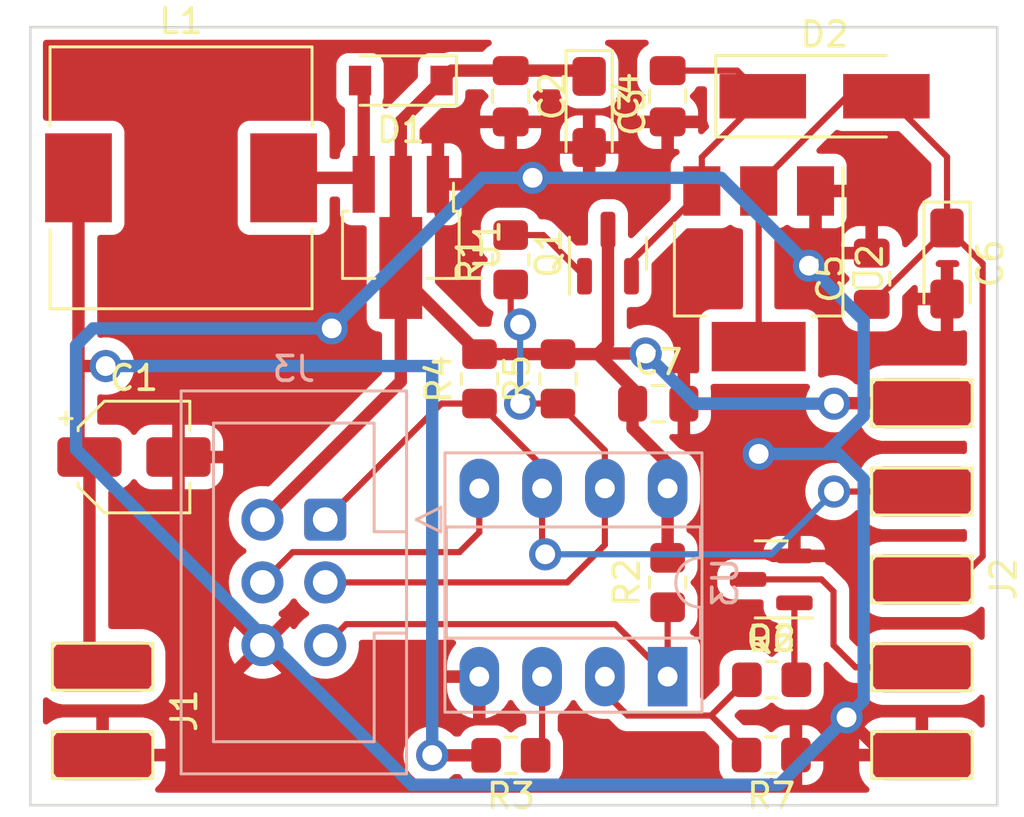
<source format=kicad_pcb>
(kicad_pcb (version 20211014) (generator pcbnew)

  (general
    (thickness 1.6)
  )

  (paper "A5")
  (layers
    (0 "F.Cu" signal)
    (31 "B.Cu" signal)
    (32 "B.Adhes" user "B.Adhesive")
    (33 "F.Adhes" user "F.Adhesive")
    (34 "B.Paste" user)
    (35 "F.Paste" user)
    (36 "B.SilkS" user "B.Silkscreen")
    (37 "F.SilkS" user "F.Silkscreen")
    (38 "B.Mask" user)
    (39 "F.Mask" user)
    (40 "Dwgs.User" user "User.Drawings")
    (41 "Cmts.User" user "User.Comments")
    (42 "Eco1.User" user "User.Eco1")
    (43 "Eco2.User" user "User.Eco2")
    (44 "Edge.Cuts" user)
    (45 "Margin" user)
    (46 "B.CrtYd" user "B.Courtyard")
    (47 "F.CrtYd" user "F.Courtyard")
    (48 "B.Fab" user)
    (49 "F.Fab" user)
    (50 "User.1" user "Nutzer.1")
    (51 "User.2" user "Nutzer.2")
    (52 "User.3" user "Nutzer.3")
    (53 "User.4" user "Nutzer.4")
    (54 "User.5" user "Nutzer.5")
    (55 "User.6" user "Nutzer.6")
    (56 "User.7" user "Nutzer.7")
    (57 "User.8" user "Nutzer.8")
    (58 "User.9" user "Nutzer.9")
  )

  (setup
    (stackup
      (layer "F.SilkS" (type "Top Silk Screen"))
      (layer "F.Paste" (type "Top Solder Paste"))
      (layer "F.Mask" (type "Top Solder Mask") (thickness 0.01))
      (layer "F.Cu" (type "copper") (thickness 0.035))
      (layer "dielectric 1" (type "core") (thickness 1.51) (material "FR4") (epsilon_r 4.5) (loss_tangent 0.02))
      (layer "B.Cu" (type "copper") (thickness 0.035))
      (layer "B.Mask" (type "Bottom Solder Mask") (thickness 0.01))
      (layer "B.Paste" (type "Bottom Solder Paste"))
      (layer "B.SilkS" (type "Bottom Silk Screen"))
      (copper_finish "None")
      (dielectric_constraints no)
    )
    (pad_to_mask_clearance 0)
    (pcbplotparams
      (layerselection 0x0000080_7ffffffe)
      (disableapertmacros false)
      (usegerberextensions false)
      (usegerberattributes true)
      (usegerberadvancedattributes true)
      (creategerberjobfile true)
      (svguseinch false)
      (svgprecision 6)
      (excludeedgelayer false)
      (plotframeref true)
      (viasonmask true)
      (mode 1)
      (useauxorigin false)
      (hpglpennumber 1)
      (hpglpenspeed 20)
      (hpglpendiameter 15.000000)
      (dxfpolygonmode true)
      (dxfimperialunits true)
      (dxfusepcbnewfont true)
      (psnegative false)
      (psa4output false)
      (plotreference false)
      (plotvalue false)
      (plotinvisibletext false)
      (sketchpadsonfab false)
      (subtractmaskfromsilk false)
      (outputformat 4)
      (mirror true)
      (drillshape 1)
      (scaleselection 1)
      (outputdirectory "")
    )
  )

  (net 0 "")
  (net 1 "+BATT")
  (net 2 "GND")
  (net 3 "+5V")
  (net 4 "Net-(C4-Pad2)")
  (net 5 "+3V3")
  (net 6 "Net-(D1-Pad2)")
  (net 7 "SW")
  (net 8 "LED-")
  (net 9 "~{3V3_EN}")
  (net 10 "/(MOSI)")
  (net 11 "/(~{RST})")
  (net 12 "Net-(Q1-Pad1)")
  (net 13 "Net-(Q2-Pad1)")
  (net 14 "/BAT_SENSE")
  (net 15 "/LED_ON")

  (footprint "Resistor_SMD:R_0805_2012Metric_Pad1.20x1.40mm_HandSolder" (layer "F.Cu") (at 102.235 48.53 90))

  (footprint "Resistor_SMD:R_0805_2012Metric_Pad1.20x1.40mm_HandSolder" (layer "F.Cu") (at 108.585 61.595 90))

  (footprint "Capacitor_SMD:C_0805_2012Metric_Pad1.18x1.45mm_HandSolder" (layer "F.Cu") (at 116.84 49.2975 90))

  (footprint "Package_TO_SOT_SMD:SOT-223-3_TabPin2" (layer "F.Cu") (at 112.268 48.895 -90))

  (footprint "Capacitor_Tantalum_SMD:CP_EIA-3216-18_Kemet-A_Pad1.58x1.35mm_HandSolder" (layer "F.Cu") (at 119.888 48.6815 -90))

  (footprint "Inductor_SMD:L_10.4x10.4_H4.8" (layer "F.Cu") (at 88.9 45.212))

  (footprint "Resistor_SMD:R_0805_2012Metric_Pad1.20x1.40mm_HandSolder" (layer "F.Cu") (at 104.15 53.35 90))

  (footprint "Diode_SMD:D_SMA_Handsoldering" (layer "F.Cu") (at 114.935 41.91))

  (footprint "Capacitor_SMD:CP_Elec_4x5.4" (layer "F.Cu") (at 86.995 56.515))

  (footprint "Capacitor_SMD:C_0805_2012Metric_Pad1.18x1.45mm_HandSolder" (layer "F.Cu") (at 108.204 54.356))

  (footprint "Package_TO_SOT_SMD:SOT-89-3_Handsoldering" (layer "F.Cu") (at 97.79 47.625 -90))

  (footprint "Resistor_SMD:R_0805_2012Metric_Pad1.20x1.40mm_HandSolder" (layer "F.Cu") (at 100.975 53.35 90))

  (footprint "Capacitor_SMD:C_0805_2012Metric_Pad1.18x1.45mm_HandSolder" (layer "F.Cu") (at 108.585 41.91 90))

  (footprint "Diode_SMD:D_SOD-123" (layer "F.Cu") (at 97.79 41.275 180))

  (footprint "Resistor_SMD:R_0805_2012Metric_Pad1.20x1.40mm_HandSolder" (layer "F.Cu") (at 112.776 68.58 180))

  (footprint "mini-boards:SolderWire_05_2x4mm" (layer "F.Cu") (at 118.872 54.336 -90))

  (footprint "Package_TO_SOT_SMD:SOT-23" (layer "F.Cu") (at 106.172 48.26 90))

  (footprint "Resistor_SMD:R_0805_2012Metric_Pad1.20x1.40mm_HandSolder" (layer "F.Cu") (at 102.245 68.59 180))

  (footprint "Package_TO_SOT_SMD:SOT-23" (layer "F.Cu") (at 112.776 61.468 180))

  (footprint "mini-boards:SolderWire_02_2x4mm" (layer "F.Cu") (at 85.725 65.004 -90))

  (footprint "Capacitor_SMD:C_0805_2012Metric_Pad1.18x1.45mm_HandSolder" (layer "F.Cu") (at 102.235 41.91 -90))

  (footprint "Resistor_SMD:R_0805_2012Metric_Pad1.20x1.40mm_HandSolder" (layer "F.Cu") (at 112.792 65.532))

  (footprint "Capacitor_Tantalum_SMD:CP_EIA-3216-18_Kemet-A_Pad1.58x1.35mm_HandSolder" (layer "F.Cu") (at 105.41 42.545 -90))

  (footprint "Connector_IDC:IDC-Header_2x03_P2.54mm_Vertical" (layer "B.Cu") (at 94.7325 59.05 180))

  (footprint "Package_DIP:DIP-8_W7.62mm_Socket_LongPads" (layer "B.Cu") (at 108.585 65.405 90))

  (gr_line (start 82.804 70.612) (end 121.92 70.612) (layer "Edge.Cuts") (width 0.1) (tstamp 34e967b3-de57-4561-9dd5-96c5dc3a6c07))
  (gr_line (start 82.804 39.116) (end 82.804 70.612) (layer "Edge.Cuts") (width 0.1) (tstamp 98834490-029b-4a46-8741-f1f823dcac7b))
  (gr_line (start 121.92 39.116) (end 82.804 39.116) (layer "Edge.Cuts") (width 0.1) (tstamp e763054f-c77a-439c-bfc2-aeb0404cbfcb))
  (gr_line (start 121.92 70.612) (end 121.92 39.116) (layer "Edge.Cuts") (width 0.1) (tstamp f830eab5-3b07-494b-a8ea-5832d2ee7357))

  (segment (start 101.245 68.59) (end 99.07 68.59) (width 0.5) (layer "F.Cu") (net 1) (tstamp 21ab2ed1-7f4d-4f0f-9e8b-c67f781729e5))
  (segment (start 85.195 56.515) (end 84.75 56.07) (width 0.5) (layer "F.Cu") (net 1) (tstamp 38c469f6-3c08-437e-9c45-ca40a23eb453))
  (segment (start 99.07 68.59) (end 99.06 68.58) (width 0.5) (layer "F.Cu") (net 1) (tstamp 52b35139-02eb-477b-9db5-eff022692151))
  (segment (start 84.836 52.832) (end 84.75 52.746) (width 0.5) (layer "F.Cu") (net 1) (tstamp 568febde-0e82-4c4c-895a-3e9d4c203337))
  (segment (start 84.75 53.254) (end 84.75 52.746) (width 0.5) (layer "F.Cu") (net 1) (tstamp 5b9f7ef7-441a-400b-b9d7-b2adbeba4486))
  (segment (start 84.75 52.746) (end 84.75 45.212) (width 0.5) (layer "F.Cu") (net 1) (tstamp 6028ded1-ff9e-4e58-a3d6-1d1a52ddd7b9))
  (segment (start 85.852 52.832) (end 84.836 52.832) (width 0.5) (layer "F.Cu") (net 1) (tstamp 6b5877a6-951b-47d9-bdb8-a982548f4da5))
  (segment (start 85.195 64.474) (end 85.195 56.515) (width 0.5) (layer "F.Cu") (net 1) (tstamp 6f9b287f-d2ec-4403-bb76-df9807cfe1b7))
  (segment (start 84.75 56.07) (end 84.75 53.254) (width 0.5) (layer "F.Cu") (net 1) (tstamp bb65050c-5017-46ff-a0d9-420567749183))
  (segment (start 85.725 65.004) (end 85.195 64.474) (width 0.5) (layer "F.Cu") (net 1) (tstamp e61e93b4-fa3c-4290-8a5b-90a29d53bca6))
  (via (at 85.852 52.832) (size 1.3) (drill 0.8) (layers "F.Cu" "B.Cu") (net 1) (tstamp 563e54e1-c7f0-474e-94d7-7ba5734bac61))
  (via (at 99.06 68.58) (size 1.3) (drill 0.8) (layers "F.Cu" "B.Cu") (net 1) (tstamp eef8aab8-7acd-42c3-be68-1ddc73a955ef))
  (segment (start 99.06 68.58) (end 99.06 52.832) (width 0.5) (layer "B.Cu") (net 1) (tstamp 356a4adf-df1a-4308-b021-13b68de38c5d))
  (segment (start 99.06 52.832) (end 85.852 52.832) (width 0.5) (layer "B.Cu") (net 1) (tstamp 97b908d6-f506-4ff2-9d8e-b6224c559321))
  (segment (start 117.348 68.58) (end 115.824 67.056) (width 0.5) (layer "F.Cu") (net 2) (tstamp 65dbe336-205d-456e-84bd-c150cabf5b14))
  (segment (start 118.872 68.58) (end 117.348 68.58) (width 0.5) (layer "F.Cu") (net 2) (tstamp e84d7161-734b-4126-9c56-69c51c6f2aa3))
  (via (at 94.996 51.308) (size 1.3) (drill 0.8) (layers "F.Cu" "B.Cu") (net 2) (tstamp 0c4017d3-4441-4bfd-9480-4cb014c563ae))
  (via (at 103.124 45.212) (size 1.3) (drill 0.8) (layers "F.Cu" "B.Cu") (net 2) (tstamp 25519100-a83d-4b1f-9a31-b794aebc6e50))
  (via (at 112.268 56.388) (size 1.3) (drill 0.8) (layers "F.Cu" "B.Cu") (net 2) (tstamp 6e7e7b7e-407a-46a2-beab-f749bff7b436))
  (via (at 114.3 48.768) (size 1.3) (drill 0.8) (layers "F.Cu" "B.Cu") (net 2) (tstamp 73bfe9f0-e29f-4af8-93e6-43b7a08b96be))
  (via (at 115.824 67.056) (size 1.3) (drill 0.8) (layers "F.Cu" "B.Cu") (net 2) (tstamp 7406d141-a636-4854-abdc-f7c495c82f87))
  (segment (start 115.824 67.056) (end 113.100489 69.779511) (width 0.5) (layer "B.Cu") (net 2) (tstamp 02e0e06e-a216-45a2-a139-5e7b20e0f5fa))
  (segment (start 85.344 51.308) (end 94.996 51.308) (width 0.5) (layer "B.Cu") (net 2) (tstamp 0691e143-6fc4-4e9e-8853-c4876e53b9cc))
  (segment (start 116.515511 54.852855) (end 114.980366 56.388) (width 0.5) (layer "B.Cu") (net 2) (tstamp 0fc733e2-f0b4-4a9f-81e5-296cbc25d5ae))
  (segment (start 116.515511 50.983511) (end 116.515511 54.852855) (width 0.5) (layer "B.Cu") (net 2) (tstamp 1114f773-f26b-4ef6-a2f6-1becbf2fcc25))
  (segment (start 114.980366 56.388) (end 112.268 56.388) (width 0.5) (layer "B.Cu") (net 2) (tstamp 302d59ab-d85b-4548-a74c-235b953562c8))
  (segment (start 116.515511 57.415145) (end 116.515511 66.364489) (width 0.5) (layer "B.Cu") (net 2) (tstamp 448974a9-abc0-46db-984e-2d07b6deab14))
  (segment (start 114.980366 56.388) (end 115.488366 56.388) (width 0.5) (layer "B.Cu") (net 2) (tstamp 4d6cf935-4666-4157-8a5b-e5c166173991))
  (segment (start 103.124 45.212) (end 101.092 45.212) (width 0.5) (layer "B.Cu") (net 2) (tstamp 6decc48e-3a7a-474c-a57a-19a5bca14c57))
  (segment (start 115.488366 56.388) (end 116.515511 57.415145) (width 0.5) (layer "B.Cu") (net 2) (tstamp 8ae47ecf-127e-4cc3-97ae-e0c8b0447a02))
  (segment (start 84.652489 56.204489) (end 84.652489 51.999511) (width 0.5) (layer "B.Cu") (net 2) (tstamp 9c80d9b4-695d-4007-b839-c8c5cec3d723))
  (segment (start 113.100489 69.779511) (end 98.227511 69.779511) (width 0.5) (layer "B.Cu") (net 2) (tstamp ac1ddc28-dbf4-4100-b99b-b17b4d4e3fb1))
  (segment (start 110.744 45.212) (end 114.3 48.768) (width 0.5) (layer "B.Cu") (net 2) (tstamp bede6a34-5022-48d3-838c-2778222e715e))
  (segment (start 114.3 48.768) (end 116.515511 50.983511) (width 0.5) (layer "B.Cu") (net 2) (tstamp cadd03ab-41ca-4c4b-aea2-22a3f0e6122e))
  (segment (start 101.092 45.212) (end 94.996 51.308) (width 0.5) (layer "B.Cu") (net 2) (tstamp cdf33bf4-06e5-4143-b5ec-36a042d5eb3e))
  (segment (start 84.652489 51.999511) (end 85.344 51.308) (width 0.5) (layer "B.Cu") (net 2) (tstamp d4732e46-fe9c-494a-881b-e638b02923b1))
  (segment (start 116.515511 66.364489) (end 115.824 67.056) (width 0.5) (layer "B.Cu") (net 2) (tstamp e14ab898-e9c9-46f0-b28c-4284eed1cf11))
  (segment (start 103.124 45.212) (end 110.744 45.212) (width 0.5) (layer "B.Cu") (net 2) (tstamp ed35a8ae-2c07-40fe-9420-9970dcdb764c))
  (segment (start 98.227511 69.779511) (end 84.652489 56.204489) (width 0.5) (layer "B.Cu") (net 2) (tstamp f5d240fe-1234-4072-afe6-421b55c75b5c))
  (segment (start 105.765 52.35) (end 104.15 52.35) (width 0.5) (layer "F.Cu") (net 3) (tstamp 07c16426-01c4-4280-b3a8-516bd9b8719a))
  (segment (start 118.872 54.336) (end 115.336 54.336) (width 0.5) (layer "F.Cu") (net 3) (tstamp 0c83f5b2-bb79-44dc-a823-b8e58623a019))
  (segment (start 105.175 40.8725) (end 105.41 41.1075) (width 0.5) (layer "F.Cu") (net 3) (tstamp 0c84f166-9c82-4d95-9050-61d2c1d5aec8))
  (segment (start 106.172 47.3225) (end 106.172 51.943) (width 0.5) (layer "F.Cu") (net 3) (tstamp 23844761-e5a2-4040-8132-ecc9ea1550b8))
  (segment (start 97.79 53.4525) (end 97.79 45.5625) (width 0.5) (layer "F.Cu") (net 3) (tstamp 38784c9b-c0d7-4bce-b8f7-0efef7d73fba))
  (segment (start 97.79 49.165) (end 97.79 45.5625) (width 0.5) (layer "F.Cu") (net 3) (tstamp 39a081c7-e451-4d7e-a9ba-dee9ed7f2532))
  (segment (start 104.15 52.35) (end 100.975 52.35) (width 0.5) (layer "F.Cu") (net 3) (tstamp 3e04e3ac-263e-4b99-bbd9-4766d8efc34d))
  (segment (start 105.791 52.324) (end 105.765 52.35) (width 0.5) (layer "F.Cu") (net 3) (tstamp 4d8391d1-4cdf-414a-a53c-f0da7c35a2bf))
  (segment (start 108.585 56.769) (end 107.1665 55.3505) (width 0.5) (layer "F.Cu") (net 3) (tstamp 53d26bec-da1c-485e-981b-95a7dd201668))
  (segment (start 107.1665 55.3505) (end 107.1665 54.356) (width 0.5) (layer "F.Cu") (net 3) (tstamp 5d98e6b1-e4d6-4ecb-8ecf-feaa2b4a99f5))
  (segment (start 97.79 42.925) (end 99.44 41.275) (width 0.5) (layer "F.Cu") (net 3) (tstamp 6d93040d-4118-49b0-b43e-2cbb7659067f))
  (segment (start 107.1665 54.356) (end 107.1665 53.7515) (width 0.5) (layer "F.Cu") (net 3) (tstamp 74c4309e-276b-426d-9af1-19ad8c3a78c4))
  (segment (start 115.336 54.336) (end 115.316 54.356) (width 0.5) (layer "F.Cu") (net 3) (tstamp 7954d2e5-4f11-46d2-acc6-f3ed7c273452))
  (segment (start 108.585 57.785) (end 108.585 60.595) (width 0.5) (layer "F.Cu") (net 3) (tstamp 79e0bd15-4c29-4168-a00c-90691662b7b5))
  (segment (start 102.235 40.8725) (end 105.175 40.8725) (width 0.5) (layer "F.Cu") (net 3) (tstamp 84ca22c1-f60b-4525-b61d-a870ce74bdbd))
  (segment (start 97.79 45.5625) (end 97.79 42.925) (width 0.5) (layer "F.Cu") (net 3) (tstamp 960583dd-74a1-49ed-8e31-9c5fe4915959))
  (segment (start 99.8425 40.8725) (end 102.235 40.8725) (width 0.5) (layer "F.Cu") (net 3) (tstamp b545efbd-4665-495e-a212-a3eda1da410b))
  (segment (start 106.172 51.943) (end 105.765 52.35) (width 0.5) (layer "F.Cu") (net 3) (tstamp baa7b255-57fc-4453-a9c4-11ba85834761))
  (segment (start 99.44 41.275) (end 99.8425 40.8725) (width 0.5) (layer "F.Cu") (net 3) (tstamp e1905a39-bd57-41c5-b262-1c8195859afb))
  (segment (start 107.696 52.324) (end 105.791 52.324) (width 0.5) (layer "F.Cu") (net 3) (tstamp f0995f2a-3428-4934-a7ae-77280f3cc7d4))
  (segment (start 100.975 52.35) (end 97.79 49.165) (width 0.5) (layer "F.Cu") (net 3) (tstamp f13c8a3c-ee6c-4725-b2c4-b6301c331b20))
  (segment (start 92.1925 59.05) (end 97.79 53.4525) (width 0.5) (layer "F.Cu") (net 3) (tstamp f28404b2-f037-43e6-9506-b9b2c0e48e51))
  (segment (start 107.1665 53.7515) (end 105.765 52.35) (width 0.5) (layer "F.Cu") (net 3) (tstamp f361aea1-9689-4f51-a7be-e0b7c5844da0))
  (segment (start 108.585 57.785) (end 108.585 56.769) (width 0.5) (layer "F.Cu") (net 3) (tstamp fb0df9fc-e4ab-4e4e-a491-0f4db966d548))
  (via (at 107.696 52.324) (size 1.3) (drill 0.8) (layers "F.Cu" "B.Cu") (net 3) (tstamp 690afe80-5324-4ad3-b29a-a957b1bb25c3))
  (via (at 115.316 54.356) (size 1.3) (drill 0.8) (layers "F.Cu" "B.Cu") (net 3) (tstamp 8a3738ee-2df5-4e2a-9031-a6168cf8de67))
  (segment (start 109.728 54.356) (end 107.696 52.324) (width 0.5) (layer "B.Cu") (net 3) (tstamp 47235950-d71b-41fc-b0ea-55a0ea8ac918))
  (segment (start 115.316 54.356) (end 109.728 54.356) (width 0.5) (layer "B.Cu") (net 3) (tstamp 4a8d98f5-6a1b-4011-be95-fe0b2dd6a00f))
  (segment (start 109.968 44.377) (end 112.435 41.91) (width 0.25) (layer "F.Cu") (net 4) (tstamp 3b30dd3d-a9a3-486d-8d00-c79474a22a05))
  (segment (start 109.968 45.745) (end 109.968 44.377) (width 0.25) (layer "F.Cu") (net 4) (tstamp 550b624e-9696-49b9-b538-59425abb1306))
  (segment (start 108.585 40.8725) (end 111.3975 40.8725) (width 0.25) (layer "F.Cu") (net 4) (tstamp a6e83826-b42d-4719-aa8a-9ac55ca9d3f0))
  (segment (start 107.122 48.591) (end 109.968 45.745) (width 0.25) (layer "F.Cu") (net 4) (tstamp bad67d77-ac8d-48c9-bc27-7c03d5f0ec54))
  (segment (start 107.122 49.1975) (end 107.122 48.591) (width 0.25) (layer "F.Cu") (net 4) (tstamp c5457779-ee3b-484d-8238-775041a2118b))
  (segment (start 111.3975 40.8725) (end 112.435 41.91) (width 0.25) (layer "F.Cu") (net 4) (tstamp d3d46084-2317-4066-83e7-eacc35dc18c0))
  (segment (start 120.396 61.468) (end 118.872 61.468) (width 0.25) (layer "F.Cu") (net 5) (tstamp 0b562950-7f50-4ca2-8367-964999aa4bae))
  (segment (start 112.268 45.495) (end 115.853 41.91) (width 0.25) (layer "F.Cu") (net 5) (tstamp 0f9e1153-0bf1-44b9-8b1f-3974bc45f4a4))
  (segment (start 119.888 44.363) (end 117.435 41.91) (width 0.25) (layer "F.Cu") (net 5) (tstamp 13290abb-9273-4cc3-90c3-de8eb76a923d))
  (segment (start 121.32852 48.68452) (end 121.32852 60.53548) (width 0.25) (layer "F.Cu") (net 5) (tstamp 147c7025-afc6-4f86-81c5-9dd6da9367fb))
  (segment (start 112.268 52.045) (end 112.268 45.745) (width 0.25) (layer "F.Cu") (net 5) (tstamp 25895764-c350-41a2-a17e-2938fabbc8a0))
  (segment (start 121.32852 60.53548) (end 120.396 61.468) (width 0.25) (layer "F.Cu") (net 5) (tstamp 30020ac2-00e9-48d5-bbd2-386be3fdc791))
  (segment (start 119.888 47.244) (end 119.888 44.363) (width 0.25) (layer "F.Cu") (net 5) (tstamp 6b72d131-93fb-49f9-acd7-28bcd8c183ee))
  (segment (start 116.84 50.335) (end 119.888 47.287) (width 0.25) (layer "F.Cu") (net 5) (tstamp a881a592-8e39-4cf3-98fe-252e609c37a6))
  (segment (start 112.268 45.745) (end 112.268 45.495) (width 0.25) (layer "F.Cu") (net 5) (tstamp abcab5c1-4f8d-4fff-aaef-be849aebe5a1))
  (segment (start 119.888 47.244) (end 121.32852 48.68452) (width 0.25) (layer "F.Cu") (net 5) (tstamp ad37c17d-f37a-4410-a4f9-de82c3c8ab0a))
  (segment (start 119.888 47.287) (end 119.888 47.244) (width 0.25) (layer "F.Cu") (net 5) (tstamp d44f3d4d-2814-4e10-9540-2248a8c6654c))
  (segment (start 115.853 41.91) (end 117.435 41.91) (width 0.25) (layer "F.Cu") (net 5) (tstamp ec51f97a-1448-4a99-ba01-d24cb2b23b6c))
  (segment (start 96.027 45.212) (end 96.29 45.475) (width 0.5) (layer "F.Cu") (net 6) (tstamp 0aa27f7c-861f-4293-a21e-c0b161492a55))
  (segment (start 96.29 45.475) (end 96.29 41.425) (width 0.5) (layer "F.Cu") (net 6) (tstamp 57bd2665-5a58-443e-8743-4aae5ecabbfc))
  (segment (start 96.29 41.425) (end 96.14 41.275) (width 0.5) (layer "F.Cu") (net 6) (tstamp 79425220-a032-494e-8721-f1e712b479c1))
  (segment (start 93.05 45.212) (end 96.027 45.212) (width 0.5) (layer "F.Cu") (net 6) (tstamp e4d209ff-4e0d-46b5-a0e4-ed954a4e9872))
  (segment (start 115.316 57.912) (end 118.872 57.912) (width 0.25) (layer "F.Cu") (net 7) (tstamp 0aa8573f-2e43-4600-b3d2-ad5f972a967c))
  (segment (start 103.505 57.785) (end 103.505 60.325) (width 0.25) (layer "F.Cu") (net 7) (tstamp 153433f2-8f5c-4b81-a731-bb3ef2d5a7ac))
  (segment (start 103.505 56.88) (end 103.505 57.785) (width 0.25) (layer "F.Cu") (net 7) (tstamp 2b54e335-fe00-43c1-8cba-33f920295352))
  (segment (start 99.4325 54.35) (end 100.975 54.35) (width 0.25) (layer "F.Cu") (net 7) (tstamp 65cf3164-6eb5-42b4-af15-3cc21461f559))
  (segment (start 94.7325 59.05) (end 99.4325 54.35) (width 0.25) (layer "F.Cu") (net 7) (tstamp 6cc3f858-76db-4b33-8e06-00eb87c107ef))
  (segment (start 100.975 54.35) (end 103.505 56.88) (width 0.25) (layer "F.Cu") (net 7) (tstamp 75108d1d-1430-4bd6-9194-71b67b0edc50))
  (segment (start 103.505 60.325) (end 103.632 60.452) (width 0.25) (layer "F.Cu") (net 7) (tstamp ce42515d-9c72-4f68-8e5f-8e1d6b0d1a14))
  (via (at 103.632 60.452) (size 1.3) (drill 0.8) (layers "F.Cu" "B.Cu") (net 7) (tstamp 1231b065-6df2-451f-8651-2d3101775518))
  (via (at 115.316 57.912) (size 1.3) (drill 0.8) (layers "F.Cu" "B.Cu") (net 7) (tstamp b6411a36-75ad-4fa9-89d0-3b5c455e4e16))
  (segment (start 112.776 60.452) (end 115.316 57.912) (width 0.25) (layer "B.Cu") (net 7) (tstamp 005cf3d5-546a-4540-ba3a-4d1f0d44ffb5))
  (segment (start 103.632 60.452) (end 112.776 60.452) (width 0.25) (layer "B.Cu") (net 7) (tstamp fc505821-2330-4afe-9c43-ed364b8ca5ac))
  (segment (start 114.808 61.468) (end 115.296 61.956) (width 0.25) (layer "F.Cu") (net 8) (tstamp 0dc118fc-e6a1-4ff1-b266-ab122b7abac6))
  (segment (start 111.8385 61.468) (end 114.808 61.468) (width 0.25) (layer "F.Cu") (net 8) (tstamp 1859ef23-a40e-4748-b369-6ce1f0904410))
  (segment (start 115.296 61.956) (end 115.296 64.135) (width 0.25) (layer "F.Cu") (net 8) (tstamp 9e3483a4-c28c-434d-a615-a9ab4d525e4c))
  (segment (start 115.296 64.135) (end 116.185 65.024) (width 0.25) (layer "F.Cu") (net 8) (tstamp dc168bbf-c74b-469f-9366-dff9c73e0187))
  (segment (start 116.185 65.024) (end 118.872 65.024) (width 0.25) (layer "F.Cu") (net 8) (tstamp ec861fc5-bbe9-47c6-a9d3-9f512544f890))
  (segment (start 102.622 54.35) (end 102.616 54.356) (width 0.25) (layer "F.Cu") (net 9) (tstamp 2b2f4c53-a036-403c-b827-312efcbb6d84))
  (segment (start 106.045 56.245) (end 104.15 54.35) (width 0.25) (layer "F.Cu") (net 9) (tstamp 333a59db-17e7-4c0c-b861-8c68d8beaaf3))
  (segment (start 104.15 54.35) (end 102.622 54.35) (width 0.25) (layer "F.Cu") (net 9) (tstamp 70adb506-1f01-4236-bfa3-ae34a6f81a95))
  (segment (start 104.526 61.59) (end 106.045 60.071) (width 0.25) (layer "F.Cu") (net 9) (tstamp 8ee26396-cfa7-4786-be63-57d651d4959b))
  (segment (start 102.616 51.1505) (end 102.235 50.7695) (width 0.25) (layer "F.Cu") (net 9) (tstamp 9df350e2-7432-451e-85df-a6d5806d9277))
  (segment (start 102.235 50.7695) (end 102.235 49.53) (width 0.25) (layer "F.Cu") (net 9) (tstamp aa11446a-0bb1-41a2-bcc9-93f1003d617e))
  (segment (start 94.7325 61.59) (end 104.526 61.59) (width 0.25) (layer "F.Cu") (net 9) (tstamp d3f186d6-ec48-463f-8eee-1547a9ab1e28))
  (segment (start 106.045 57.785) (end 106.045 56.245) (width 0.25) (layer "F.Cu") (net 9) (tstamp d7c66460-4b40-43ec-a071-f368b2ecf316))
  (segment (start 106.045 60.071) (end 106.045 57.785) (width 0.25) (layer "F.Cu") (net 9) (tstamp f2e19665-1bac-4405-8b31-2783fa20082f))
  (via (at 102.616 51.1505) (size 1.3) (drill 0.8) (layers "F.Cu" "B.Cu") (net 9) (tstamp 2d6e6552-31e5-4a19-9789-dd18eb3c9912))
  (via (at 102.616 54.356) (size 1.3) (drill 0.8) (layers "F.Cu" "B.Cu") (net 9) (tstamp 5513f8ec-efe5-4140-8650-29cd81468e5f))
  (segment (start 102.616 54.356) (end 102.616 51.1505) (width 0.25) (layer "B.Cu") (net 9) (tstamp 93466818-73b9-47da-b5a8-d9bf2415a961))
  (segment (start 100.965 59.563) (end 100.965 57.785) (width 0.25) (layer "F.Cu") (net 10) (tstamp 584dcfca-59c1-40c4-b52b-ee5b167246dc))
  (segment (start 100.162511 60.365489) (end 100.965 59.563) (width 0.25) (layer "F.Cu") (net 10) (tstamp bb67a671-89dc-475f-b441-aed63ca7b4cc))
  (segment (start 92.1925 61.59) (end 93.417011 60.365489) (width 0.25) (layer "F.Cu") (net 10) (tstamp cc783d91-a18c-4cce-9f7b-7d1cee10cc87))
  (segment (start 93.417011 60.365489) (end 100.162511 60.365489) (width 0.25) (layer "F.Cu") (net 10) (tstamp d2df5eeb-60b1-4ad0-bece-7860d97e0ea4))
  (segment (start 95.5825 63.28) (end 106.46 63.28) (width 0.25) (layer "F.Cu") (net 11) (tstamp 01313380-8bff-4b79-9418-aa35108a3346))
  (segment (start 106.46 63.28) (end 108.585 65.405) (width 0.25) (layer "F.Cu") (net 11) (tstamp 399e0ecb-bab4-4bf4-98d1-c02d6c95d7cf))
  (segment (start 108.585 65.405) (end 108.585 62.595) (width 0.25) (layer "F.Cu") (net 11) (tstamp 68a81389-4f88-4469-bff1-bedcb3b63bd1))
  (segment (start 94.7325 64.13) (end 95.5825 63.28) (width 0.25) (layer "F.Cu") (net 11) (tstamp f00e656c-e83a-4766-909c-2e0d3eea4f0e))
  (segment (start 105.222 49.1975) (end 103.5545 47.53) (width 0.25) (layer "F.Cu") (net 12) (tstamp 2d72c6af-2718-4c6b-bd3d-61c026a66ec3))
  (segment (start 103.5545 47.53) (end 102.235 47.53) (width 0.25) (layer "F.Cu") (net 12) (tstamp 3450a80d-cfc8-491a-b9b1-663dce8617da))
  (segment (start 113.7135 65.4535) (end 113.7135 62.418) (width 0.25) (layer "F.Cu") (net 13) (tstamp 05c33adf-0725-4414-9474-fc95565c2fc8))
  (segment (start 113.792 65.532) (end 113.7135 65.4535) (width 0.25) (layer "F.Cu") (net 13) (tstamp 2f247a54-fb9e-4f38-8101-29f2c5bfcebd))
  (segment (start 103.245 68.59) (end 103.505 68.33) (width 0.25) (layer "F.Cu") (net 14) (tstamp 66f92f1f-46e2-422e-ad2d-42b2a9561d0f))
  (segment (start 103.505 68.33) (end 103.505 65.405) (width 0.25) (layer "F.Cu") (net 14) (tstamp f2ba199d-d77a-43b8-8ee4-b1b87d363a54))
  (segment (start 111.776 68.411022) (end 110.344489 66.979511) (width 0.25) (layer "F.Cu") (net 15) (tstamp 3cfe9293-796b-49cd-8863-06dbd1a9f84e))
  (segment (start 110.344489 66.979511) (end 111.792 65.532) (width 0.25) (layer "F.Cu") (net 15) (tstamp 721242bc-73a5-47b2-99ad-ff13b4c30b8c))
  (segment (start 106.045 65.405) (end 106.045 66.055) (width 0.25) (layer "F.Cu") (net 15) (tstamp c43e3df4-9299-41eb-bed8-b2dd33a04587))
  (segment (start 106.045 66.055) (end 106.969511 66.979511) (width 0.25) (layer "F.Cu") (net 15) (tstamp e9a83744-789e-49fc-b2a6-9a10bf3f639d))
  (segment (start 106.969511 66.979511) (end 110.344489 66.979511) (width 0.25) (layer "F.Cu") (net 15) (tstamp f503b46d-e0fc-4655-9a6f-b08fdfea6767))
  (segment (start 111.776 68.58) (end 111.776 68.411022) (width 0.25) (layer "F.Cu") (net 15) (tstamp f6b6fa92-37d0-44da-80e0-804086ceb650))

  (zone (net 2) (net_name "GND") (layer "F.Cu") (tstamp babc852d-9cdb-4538-915a-5637c152f8f9) (hatch edge 0.508)
    (connect_pads (clearance 0.508))
    (min_thickness 0.254) (filled_areas_thickness no)
    (fill yes (thermal_gap 0.508) (thermal_bridge_width 0.508))
    (polygon
      (pts
        (xy 121.92 70.612)
        (xy 82.804 70.612)
        (xy 82.804 39.116)
        (xy 121.92 39.116)
      )
    )
    (filled_polygon
      (layer "F.Cu")
      (pts
        (xy 101.415743 39.644002)
        (xy 101.462236 39.697658)
        (xy 101.47234 39.767932)
        (xy 101.442846 39.832512)
        (xy 101.413925 39.857144)
        (xy 101.285652 39.936522)
        (xy 101.160695 40.061697)
        (xy 101.157739 40.066493)
        (xy 101.100386 40.107155)
        (xy 101.059422 40.114)
        (xy 99.90957 40.114)
        (xy 99.89062 40.112567)
        (xy 99.876385 40.110401)
        (xy 99.876381 40.110401)
        (xy 99.869151 40.109301)
        (xy 99.861859 40.109894)
        (xy 99.861856 40.109894)
        (xy 99.816482 40.113585)
        (xy 99.806267 40.114)
        (xy 99.798207 40.114)
        (xy 99.794573 40.114424)
        (xy 99.794567 40.114424)
        (xy 99.781542 40.115943)
        (xy 99.76998 40.117291)
        (xy 99.765632 40.117721)
        (xy 99.692864 40.12364)
        (xy 99.685903 40.125895)
        (xy 99.679963 40.127082)
        (xy 99.674088 40.128471)
        (xy 99.666819 40.129318)
        (xy 99.59817 40.154236)
        (xy 99.594073 40.155643)
        (xy 99.579487 40.160368)
        (xy 99.540659 40.1665)
        (xy 98.941866 40.1665)
        (xy 98.879684 40.173255)
        (xy 98.743295 40.224385)
        (xy 98.626739 40.311739)
        (xy 98.539385 40.428295)
        (xy 98.488255 40.564684)
        (xy 98.4815 40.626866)
        (xy 98.4815 41.108629)
        (xy 98.461498 41.17675)
        (xy 98.444595 41.197724)
        (xy 97.301089 42.34123)
        (xy 97.286677 42.353616)
        (xy 97.275083 42.362149)
        (xy 97.269182 42.366492)
        (xy 97.264438 42.372076)
        (xy 97.260436 42.375808)
        (xy 97.196975 42.40764)
        (xy 97.126379 42.40011)
        (xy 97.071061 42.355608)
        (xy 97.0485 42.283661)
        (xy 97.0485 42.123513)
        (xy 97.056518 42.079284)
        (xy 97.088973 41.992711)
        (xy 97.088973 41.992709)
        (xy 97.091745 41.985316)
        (xy 97.092599 41.97746)
        (xy 97.098131 41.926531)
        (xy 97.0985 41.923134)
        (xy 97.0985 40.626866)
        (xy 97.091745 40.564684)
        (xy 97.040615 40.428295)
        (xy 96.953261 40.311739)
        (xy 96.836705 40.224385)
        (xy 96.700316 40.173255)
        (xy 96.638134 40.1665)
        (xy 95.641866 40.1665)
        (xy 95.579684 40.173255)
        (xy 95.443295 40.224385)
        (xy 95.326739 40.311739)
        (xy 95.239385 40.428295)
        (xy 95.188255 40.564684)
        (xy 95.1815 40.626866)
        (xy 95.1815 41.923134)
        (xy 95.188255 41.985316)
        (xy 95.239385 42.121705)
        (xy 95.326739 42.238261)
        (xy 95.443295 42.325615)
        (xy 95.451704 42.328767)
        (xy 95.459575 42.333077)
        (xy 95.458664 42.334741)
        (xy 95.50649 42.370663)
        (xy 95.531193 42.437224)
        (xy 95.5315 42.446009)
        (xy 95.5315 43.857671)
        (xy 95.511498 43.925792)
        (xy 95.489593 43.949332)
        (xy 95.490269 43.950008)
        (xy 95.483919 43.956358)
        (xy 95.476739 43.961739)
        (xy 95.389385 44.078295)
        (xy 95.338255 44.214684)
        (xy 95.3315 44.276866)
        (xy 95.3315 44.3275)
        (xy 95.311498 44.395621)
        (xy 95.257842 44.442114)
        (xy 95.2055 44.4535)
        (xy 95.0345 44.4535)
        (xy 94.966379 44.433498)
        (xy 94.919886 44.379842)
        (xy 94.9085 44.3275)
        (xy 94.9085 43.363866)
        (xy 94.901745 43.301684)
        (xy 94.850615 43.165295)
        (xy 94.763261 43.048739)
        (xy 94.646705 42.961385)
        (xy 94.510316 42.910255)
        (xy 94.448134 42.9035)
        (xy 91.651866 42.9035)
        (xy 91.589684 42.910255)
        (xy 91.453295 42.961385)
        (xy 91.336739 43.048739)
        (xy 91.249385 43.165295)
        (xy 91.198255 43.301684)
        (xy 91.1915 43.363866)
        (xy 91.1915 47.060134)
        (xy 91.198255 47.122316)
        (xy 91.249385 47.258705)
        (xy 91.336739 47.375261)
        (xy 91.453295 47.462615)
        (xy 91.589684 47.513745)
        (xy 91.651866 47.5205)
        (xy 94.448134 47.5205)
        (xy 94.510316 47.513745)
        (xy 94.646705 47.462615)
        (xy 94.763261 47.375261)
        (xy 94.850615 47.258705)
        (xy 94.901745 47.122316)
        (xy 94.9085 47.060134)
        (xy 94.9085 46.0965)
        (xy 94.928502 46.028379)
        (xy 94.982158 45.981886)
        (xy 95.0345 45.9705)
        (xy 95.2055 45.9705)
        (xy 95.273621 45.990502)
        (xy 95.320114 46.044158)
        (xy 95.3315 46.0965)
        (xy 95.3315 46.673134)
        (xy 95.338255 46.735316)
        (xy 95.389385 46.871705)
        (xy 95.476739 46.988261)
        (xy 95.593295 47.075615)
        (xy 95.729684 47.126745)
        (xy 95.791866 47.1335)
        (xy 96.283771 47.1335)
        (xy 96.351892 47.153502)
        (xy 96.398385 47.207158)
        (xy 96.409771 47.2595)
        (xy 96.409771 50.925)
        (xy 96.415 50.998111)
        (xy 96.416904 51.004594)
        (xy 96.452055 51.124307)
        (xy 96.456196 51.138411)
        (xy 96.461067 51.14599)
        (xy 96.530378 51.253841)
        (xy 96.53038 51.253844)
        (xy 96.53525 51.261421)
        (xy 96.54206 51.267322)
        (xy 96.638945 51.351274)
        (xy 96.638948 51.351276)
        (xy 96.645757 51.357176)
        (xy 96.778766 51.417919)
        (xy 96.787689 51.419202)
        (xy 96.809251 51.422302)
        (xy 96.923433 51.438719)
        (xy 96.988013 51.468212)
        (xy 97.026396 51.527938)
        (xy 97.0315 51.563436)
        (xy 97.0315 53.086129)
        (xy 97.011498 53.15425)
        (xy 96.994595 53.175224)
        (xy 92.499796 57.670023)
        (xy 92.437484 57.704049)
        (xy 92.388605 57.704975)
        (xy 92.320784 57.692894)
        (xy 92.246952 57.691992)
        (xy 92.102581 57.690228)
        (xy 92.102579 57.690228)
        (xy 92.097411 57.690165)
        (xy 91.876591 57.723955)
        (xy 91.664256 57.793357)
        (xy 91.607314 57.822999)
        (xy 91.494851 57.881544)
        (xy 91.466107 57.896507)
        (xy 91.461974 57.89961)
        (xy 91.461971 57.899612)
        (xy 91.2916 58.02753)
        (xy 91.287465 58.030635)
        (xy 91.133129 58.192138)
        (xy 91.007243 58.37668)
        (xy 90.960216 58.477992)
        (xy 90.92888 58.5455)
        (xy 90.913188 58.579305)
        (xy 90.853489 58.79457)
        (xy 90.829751 59.016695)
        (xy 90.830048 59.021848)
        (xy 90.830048 59.021851)
        (xy 90.839588 59.187301)
        (xy 90.84261 59.239715)
        (xy 90.843747 59.244761)
        (xy 90.843748 59.244767)
        (xy 90.863715 59.333364)
        (xy 90.891722 59.457639)
        (xy 90.975766 59.664616)
        (xy 91.014679 59.728116)
        (xy 91.088924 59.849273)
        (xy 91.092487 59.855088)
        (xy 91.23875 60.023938)
        (xy 91.410626 60.166632)
        (xy 91.458488 60.1946)
        (xy 91.483945 60.209476)
        (xy 91.532669 60.261114)
        (xy 91.54574 60.330897)
        (xy 91.519009 60.396669)
        (xy 91.478555 60.430027)
        (xy 91.466107 60.436507)
        (xy 91.461974 60.43961)
        (xy 91.461971 60.439612)
        (xy 91.2916 60.56753)
        (xy 91.287465 60.570635)
        (xy 91.232417 60.628239)
        (xy 91.157493 60.706643)
        (xy 91.133129 60.732138)
        (xy 91.130215 60.73641)
        (xy 91.130214 60.736411)
        (xy 91.063302 60.8345)
        (xy 91.007243 60.91668)
        (xy 90.972219 60.992134)
        (xy 90.922214 61.099861)
        (xy 90.913188 61.119305)
        (xy 90.853489 61.33457)
        (xy 90.829751 61.556695)
        (xy 90.830048 61.561848)
        (xy 90.830048 61.561851)
        (xy 90.841248 61.756097)
        (xy 90.84261 61.779715)
        (xy 90.843747 61.784761)
        (xy 90.843748 61.784767)
        (xy 90.861611 61.864029)
        (xy 90.891722 61.997639)
        (xy 90.948247 62.136844)
        (xy 90.969162 62.188351)
        (xy 90.975766 62.204616)
        (xy 91.018673 62.274634)
        (xy 91.089791 62.390688)
        (xy 91.092487 62.395088)
        (xy 91.23875 62.563938)
        (xy 91.410626 62.706632)
        (xy 91.472522 62.742801)
        (xy 91.484455 62.749774)
        (xy 91.533179 62.801412)
        (xy 91.54625 62.871195)
        (xy 91.519519 62.936967)
        (xy 91.479062 62.970327)
        (xy 91.47096 62.974544)
        (xy 91.462234 62.980039)
        (xy 91.442177 62.995099)
        (xy 91.433723 63.006427)
        (xy 91.440468 63.018758)
        (xy 92.179688 63.757978)
        (xy 92.193632 63.765592)
        (xy 92.195465 63.765461)
        (xy 92.20208 63.76121)
        (xy 92.945889 63.017401)
        (xy 92.95291 63.004544)
        (xy 92.946111 62.995213)
        (xy 92.942059 62.992521)
        (xy 92.905102 62.97212)
        (xy 92.855131 62.921687)
        (xy 92.840359 62.852245)
        (xy 92.865475 62.785839)
        (xy 92.892827 62.759232)
        (xy 92.961193 62.710467)
        (xy 93.07236 62.631173)
        (xy 93.077052 62.626498)
        (xy 93.226935 62.477137)
        (xy 93.230596 62.473489)
        (xy 93.281607 62.4025)
        (xy 93.360953 62.292077)
        (xy 93.362276 62.293028)
        (xy 93.409145 62.249857)
        (xy 93.47908 62.237625)
        (xy 93.544526 62.265144)
        (xy 93.572375 62.296994)
        (xy 93.632487 62.395088)
        (xy 93.77875 62.563938)
        (xy 93.950626 62.706632)
        (xy 94.012522 62.742801)
        (xy 94.023945 62.749476)
        (xy 94.072669 62.801114)
        (xy 94.08574 62.870897)
        (xy 94.059009 62.936669)
        (xy 94.018555 62.970027)
        (xy 94.006107 62.976507)
        (xy 94.001974 62.97961)
        (xy 94.001971 62.979612)
        (xy 93.83312 63.106389)
        (xy 93.827465 63.110635)
        (xy 93.673129 63.272138)
        (xy 93.569889 63.423483)
        (xy 93.565398 63.430066)
        (xy 93.510487 63.475069)
        (xy 93.439962 63.48324)
        (xy 93.376215 63.451986)
        (xy 93.355517 63.427501)
        (xy 93.325562 63.381197)
        (xy 93.314877 63.371995)
        (xy 93.305312 63.376398)
        (xy 92.564522 64.117188)
        (xy 92.556908 64.131132)
        (xy 92.557039 64.132965)
        (xy 92.56129 64.13958)
        (xy 93.302974 64.881264)
        (xy 93.314984 64.887823)
        (xy 93.326723 64.878855)
        (xy 93.360522 64.831819)
        (xy 93.361777 64.832721)
        (xy 93.408891 64.789355)
        (xy 93.47883 64.777148)
        (xy 93.544267 64.804691)
        (xy 93.57208 64.836513)
        (xy 93.629787 64.930683)
        (xy 93.629791 64.930688)
        (xy 93.632487 64.935088)
        (xy 93.77875 65.103938)
        (xy 93.950626 65.246632)
        (xy 94.1435 65.359338)
        (xy 94.352192 65.43903)
        (xy 94.35726 65.440061)
        (xy 94.357263 65.440062)
        (xy 94.462104 65.461392)
        (xy 94.571097 65.483567)
        (xy 94.576272 65.483757)
        (xy 94.576274 65.483757)
        (xy 94.789173 65.491564)
        (xy 94.789177 65.491564)
        (xy 94.794337 65.491753)
        (xy 94.799457 65.491097)
        (xy 94.799459 65.491097)
        (xy 95.010788 65.464025)
        (xy 95.010789 65.464025)
        (xy 95.015916 65.463368)
        (xy 95.020866 65.461883)
        (xy 95.224929 65.400661)
        (xy 95.224934 65.400659)
        (xy 95.229884 65.399174)
        (xy 95.430494 65.300896)
        (xy 95.61236 65.171173)
        (xy 95.634281 65.149329)
        (xy 95.749193 65.034817)
        (xy 95.770596 65.013489)
        (xy 95.900953 64.832077)
        (xy 95.914931 64.803796)
        (xy 95.997636 64.636453)
        (xy 95.997637 64.636451)
        (xy 95.99993 64.631811)
        (xy 96.057802 64.441334)
        (xy 96.063365 64.423023)
        (xy 96.063365 64.423021)
        (xy 96.06487 64.418069)
        (xy 96.094029 64.19659)
        (xy 96.095656 64.13)
        (xy 96.094181 64.112053)
        (xy 96.089065 64.049823)
        (xy 96.103418 63.980293)
        (xy 96.153084 63.92956)
        (xy 96.214641 63.9135)
        (xy 99.902519 63.9135)
        (xy 99.97064 63.933502)
        (xy 100.017133 63.987158)
        (xy 100.027237 64.057432)
        (xy 99.997743 64.122012)
        (xy 99.991614 64.128595)
        (xy 99.963084 64.157125)
        (xy 99.956028 64.165533)
        (xy 99.831069 64.343993)
        (xy 99.825586 64.353489)
        (xy 99.73351 64.550947)
        (xy 99.729764 64.561239)
        (xy 99.673375 64.771688)
        (xy 99.671472 64.782481)
        (xy 99.657238 64.94517)
        (xy 99.657 64.950635)
        (xy 99.657 65.132885)
        (xy 99.661475 65.148124)
        (xy 99.662865 65.149329)
        (xy 99.670548 65.151)
        (xy 101.093 65.151)
        (xy 101.161121 65.171002)
        (xy 101.207614 65.224658)
        (xy 101.219 65.277)
        (xy 101.219 67.072967)
        (xy 101.222973 67.086498)
        (xy 101.231522 67.087727)
        (xy 101.408761 67.040236)
        (xy 101.419053 67.03649)
        (xy 101.616511 66.944414)
        (xy 101.626007 66.938931)
        (xy 101.804467 66.813972)
        (xy 101.812875 66.806916)
        (xy 101.966916 66.652875)
        (xy 101.973972 66.644467)
        (xy 102.098931 66.466007)
        (xy 102.104414 66.456511)
        (xy 102.120529 66.421951)
        (xy 102.167446 66.368666)
        (xy 102.235723 66.349205)
        (xy 102.303683 66.369747)
        (xy 102.348919 66.421951)
        (xy 102.365151 66.456762)
        (xy 102.365154 66.456767)
        (xy 102.367477 66.461749)
        (xy 102.498802 66.6493)
        (xy 102.6607 66.811198)
        (xy 102.665208 66.814355)
        (xy 102.665211 66.814357)
        (xy 102.817771 66.921181)
        (xy 102.862099 66.976638)
        (xy 102.8715 67.024394)
        (xy 102.8715 67.265106)
        (xy 102.851498 67.333227)
        (xy 102.797842 67.37972)
        (xy 102.758504 67.390433)
        (xy 102.745692 67.391762)
        (xy 102.745688 67.391763)
        (xy 102.738834 67.392474)
        (xy 102.732298 67.394655)
        (xy 102.732296 67.394655)
        (xy 102.612882 67.434495)
        (xy 102.571054 67.44845)
        (xy 102.420652 67.541522)
        (xy 102.345321 67.616985)
        (xy 102.334216 67.628109)
        (xy 102.271934 67.662188)
        (xy 102.201114 67.657185)
        (xy 102.156025 67.628264)
        (xy 102.073483 67.545866)
        (xy 102.068303 67.540695)
        (xy 102.06111 67.536261)
        (xy 101.923968 67.451725)
        (xy 101.923966 67.451724)
        (xy 101.917738 67.447885)
        (xy 101.757254 67.394655)
        (xy 101.756389 67.394368)
        (xy 101.756387 67.394368)
        (xy 101.749861 67.392203)
        (xy 101.743025 67.391503)
        (xy 101.743022 67.391502)
        (xy 101.694483 67.386529)
        (xy 101.6454 67.3815)
        (xy 100.8446 67.3815)
        (xy 100.841354 67.381837)
        (xy 100.84135 67.381837)
        (xy 100.745692 67.391762)
        (xy 100.745688 67.391763)
        (xy 100.738834 67.392474)
        (xy 100.732298 67.394655)
        (xy 100.732296 67.394655)
        (xy 100.612882 67.434495)
        (xy 100.571054 67.44845)
        (xy 100.420652 67.541522)
        (xy 100.295695 67.666697)
        (xy 100.291855 67.672927)
        (xy 100.291854 67.672928)
        (xy 100.231022 67.771616)
        (xy 100.17825 67.819109)
        (xy 100.123762 67.8315)
        (xy 100.0064 67.8315)
        (xy 99.938279 67.811498)
        (xy 99.92088 67.798032)
        (xy 99.768271 67.656963)
        (xy 99.588201 67.543347)
        (xy 99.390441 67.464449)
        (xy 99.384781 67.463323)
        (xy 99.384777 67.463322)
        (xy 99.187282 67.424038)
        (xy 99.18728 67.424038)
        (xy 99.181615 67.422911)
        (xy 99.17584 67.422835)
        (xy 99.175836 67.422835)
        (xy 99.069161 67.421439)
        (xy 98.968716 67.420124)
        (xy 98.963019 67.421103)
        (xy 98.963018 67.421103)
        (xy 98.764564 67.455203)
        (xy 98.764561 67.455204)
        (xy 98.758874 67.456181)
        (xy 98.559116 67.529875)
        (xy 98.376134 67.638739)
        (xy 98.216054 67.779125)
        (xy 98.084238 67.946333)
        (xy 98.081549 67.951444)
        (xy 98.081547 67.951447)
        (xy 98.060899 67.990692)
        (xy 97.9851 68.134762)
        (xy 97.983386 68.140283)
        (xy 97.983384 68.140287)
        (xy 97.949126 68.250616)
        (xy 97.921961 68.338102)
        (xy 97.896936 68.549544)
        (xy 97.910861 68.762006)
        (xy 97.912282 68.767602)
        (xy 97.912283 68.767607)
        (xy 97.930282 68.838475)
        (xy 97.963272 68.968372)
        (xy 97.965689 68.973615)
        (xy 98.021002 69.093598)
        (xy 98.052411 69.161731)
        (xy 98.175296 69.335609)
        (xy 98.327809 69.484181)
        (xy 98.332605 69.487386)
        (xy 98.332608 69.487388)
        (xy 98.413831 69.541659)
        (xy 98.504843 69.602471)
        (xy 98.510146 69.604749)
        (xy 98.510149 69.604751)
        (xy 98.603208 69.644732)
        (xy 98.70047 69.686519)
        (xy 98.776316 69.703681)
        (xy 98.902501 69.732234)
        (xy 98.902506 69.732235)
        (xy 98.908138 69.733509)
        (xy 98.913909 69.733736)
        (xy 98.913911 69.733736)
        (xy 98.975252 69.736146)
        (xy 99.120891 69.741869)
        (xy 99.1266 69.741041)
        (xy 99.126604 69.741041)
        (xy 99.32589 69.712145)
        (xy 99.325894 69.712144)
        (xy 99.331605 69.711316)
        (xy 99.533223 69.642876)
        (xy 99.718993 69.53884)
        (xy 99.750711 69.512461)
        (xy 99.878255 69.406384)
        (xy 99.882693 69.402693)
        (xy 99.889979 69.393932)
        (xy 99.948915 69.354347)
        (xy 99.986854 69.3485)
        (xy 100.123689 69.3485)
        (xy 100.19181 69.368502)
        (xy 100.230833 69.408196)
        (xy 100.296522 69.514348)
        (xy 100.421697 69.639305)
        (xy 100.427927 69.643145)
        (xy 100.427928 69.643146)
        (xy 100.56509 69.727694)
        (xy 100.572262 69.732115)
        (xy 100.60167 69.741869)
        (xy 100.733611 69.785632)
        (xy 100.733613 69.785632)
        (xy 100.740139 69.787797)
        (xy 100.746975 69.788497)
        (xy 100.746978 69.788498)
        (xy 100.790031 69.792909)
        (xy 100.8446 69.7985)
        (xy 101.6454 69.7985)
        (xy 101.648646 69.798163)
        (xy 101.64865 69.798163)
        (xy 101.744308 69.788238)
        (xy 101.744312 69.788237)
        (xy 101.751166 69.787526)
        (xy 101.757702 69.785345)
        (xy 101.757704 69.785345)
        (xy 101.892515 69.740368)
        (xy 101.918946 69.73155)
        (xy 102.069348 69.638478)
        (xy 102.155784 69.551891)
        (xy 102.218066 69.517812)
        (xy 102.288886 69.522815)
        (xy 102.333976 69.551736)
        (xy 102.421697 69.639305)
        (xy 102.427927 69.643145)
        (xy 102.427928 69.643146)
        (xy 102.56509 69.727694)
        (xy 102.572262 69.732115)
        (xy 102.60167 69.741869)
        (xy 102.733611 69.785632)
        (xy 102.733613 69.785632)
        (xy 102.740139 69.787797)
        (xy 102.746975 69.788497)
        (xy 102.746978 69.788498)
        (xy 102.790031 69.792909)
        (xy 102.8446 69.7985)
        (xy 103.6454 69.7985)
        (xy 103.648646 69.798163)
        (xy 103.64865 69.798163)
        (xy 103.744308 69.788238)
        (xy 103.744312 69.788237)
        (xy 103.751166 69.787526)
        (xy 103.757702 69.785345)
        (xy 103.757704 69.785345)
        (xy 103.892515 69.740368)
        (xy 103.918946 69.73155)
        (xy 104.069348 69.638478)
        (xy 104.194305 69.513303)
        (xy 104.212256 69.484181)
        (xy 104.283275 69.368968)
        (xy 104.283276 69.368966)
        (xy 104.287115 69.362738)
        (xy 104.342797 69.194861)
        (xy 104.344534 69.177914)
        (xy 104.353172 69.093598)
        (xy 104.3535 69.0904)
        (xy 104.3535 68.0896)
        (xy 104.353163 68.08635)
        (xy 104.343238 67.990692)
        (xy 104.343237 67.990688)
        (xy 104.342526 67.983834)
        (xy 104.339067 67.973464)
        (xy 104.288868 67.823002)
        (xy 104.28655 67.816054)
        (xy 104.193478 67.665652)
        (xy 104.183461 67.655652)
        (xy 104.175481 67.647686)
        (xy 104.141403 67.585403)
        (xy 104.1385 67.558514)
        (xy 104.1385 67.024394)
        (xy 104.158502 66.956273)
        (xy 104.192229 66.921181)
        (xy 104.344789 66.814357)
        (xy 104.344792 66.814355)
        (xy 104.3493 66.811198)
        (xy 104.511198 66.6493)
        (xy 104.642523 66.461749)
        (xy 104.644846 66.456767)
        (xy 104.644849 66.456762)
        (xy 104.660805 66.422543)
        (xy 104.707722 66.369258)
        (xy 104.775999 66.349797)
        (xy 104.843959 66.370339)
        (xy 104.889195 66.422543)
        (xy 104.905151 66.456762)
        (xy 104.905154 66.456767)
        (xy 104.907477 66.461749)
        (xy 105.038802 66.6493)
        (xy 105.2007 66.811198)
        (xy 105.205208 66.814355)
        (xy 105.205211 66.814357)
        (xy 105.283389 66.869098)
        (xy 105.388251 66.942523)
        (xy 105.393233 66.944846)
        (xy 105.393238 66.944849)
        (xy 105.525009 67.006294)
        (xy 105.595757 67.039284)
        (xy 105.601065 67.040706)
        (xy 105.601067 67.040707)
        (xy 105.811598 67.097119)
        (xy 105.8116 67.097119)
        (xy 105.816913 67.098543)
        (xy 106.045 67.118498)
        (xy 106.050475 67.118019)
        (xy 106.050476 67.118019)
        (xy 106.140581 67.110136)
        (xy 106.210185 67.124125)
        (xy 106.240657 67.146562)
        (xy 106.465859 67.371764)
        (xy 106.473399 67.38005)
        (xy 106.477511 67.386529)
        (xy 106.483288 67.391954)
        (xy 106.527162 67.433154)
        (xy 106.530004 67.435909)
        (xy 106.549741 67.455646)
        (xy 106.552938 67.458126)
        (xy 106.561958 67.465829)
        (xy 106.59419 67.496097)
        (xy 106.601136 67.499916)
        (xy 106.601139 67.499918)
        (xy 106.611945 67.505859)
        (xy 106.628464 67.51671)
        (xy 106.64447 67.529125)
        (xy 106.651739 67.53227)
        (xy 106.651743 67.532273)
        (xy 106.685048 67.546685)
        (xy 106.695698 67.551902)
        (xy 106.734451 67.573206)
        (xy 106.742126 67.575177)
        (xy 106.742127 67.575177)
        (xy 106.754073 67.578244)
        (xy 106.772778 67.584648)
        (xy 106.791366 67.592692)
        (xy 106.799189 67.593931)
        (xy 106.799199 67.593934)
        (xy 106.835035 67.59961)
        (xy 106.846655 67.602016)
        (xy 106.8818 67.611039)
        (xy 106.889481 67.613011)
        (xy 106.909735 67.613011)
        (xy 106.929445 67.614562)
        (xy 106.949454 67.617731)
        (xy 106.957346 67.616985)
        (xy 106.993472 67.61357)
        (xy 107.00533 67.613011)
        (xy 110.029895 67.613011)
        (xy 110.098016 67.633013)
        (xy 110.11899 67.649916)
        (xy 110.630595 68.161521)
        (xy 110.664621 68.223833)
        (xy 110.6675 68.250616)
        (xy 110.6675 69.0804)
        (xy 110.667837 69.083646)
        (xy 110.667837 69.08365)
        (xy 110.677618 69.177914)
        (xy 110.678474 69.186166)
        (xy 110.73445 69.353946)
        (xy 110.827522 69.504348)
        (xy 110.952697 69.629305)
        (xy 110.958927 69.633145)
        (xy 110.958928 69.633146)
        (xy 111.096288 69.717816)
        (xy 111.103262 69.722115)
        (xy 111.162819 69.741869)
        (xy 111.264611 69.775632)
        (xy 111.264613 69.775632)
        (xy 111.271139 69.777797)
        (xy 111.277975 69.778497)
        (xy 111.277978 69.778498)
        (xy 111.321031 69.782909)
        (xy 111.3756 69.7885)
        (xy 112.1764 69.7885)
        (xy 112.179646 69.788163)
        (xy 112.17965 69.788163)
        (xy 112.275308 69.778238)
        (xy 112.275312 69.778237)
        (xy 112.282166 69.777526)
        (xy 112.288702 69.775345)
        (xy 112.288704 69.775345)
        (xy 112.438124 69.725494)
        (xy 112.449946 69.72155)
        (xy 112.600348 69.628478)
        (xy 112.676802 69.551891)
        (xy 112.687138 69.541537)
        (xy 112.749421 69.507458)
        (xy 112.820241 69.512461)
        (xy 112.865329 69.541382)
        (xy 112.947829 69.623739)
        (xy 112.95924 69.632751)
        (xy 113.097243 69.717816)
        (xy 113.110424 69.723963)
        (xy 113.26471 69.775138)
        (xy 113.278086 69.778005)
        (xy 113.372438 69.787672)
        (xy 113.378854 69.788)
        (xy 113.503885 69.788)
        (xy 113.519124 69.783525)
        (xy 113.520329 69.782135)
        (xy 113.522 69.774452)
        (xy 113.522 69.769884)
        (xy 114.03 69.769884)
        (xy 114.034475 69.785123)
        (xy 114.035865 69.786328)
        (xy 114.043548 69.787999)
        (xy 114.173095 69.787999)
        (xy 114.179614 69.787662)
        (xy 114.275206 69.777743)
        (xy 114.2886 69.774851)
        (xy 114.442784 69.723412)
        (xy 114.455962 69.717239)
        (xy 114.593807 69.631937)
        (xy 114.605208 69.622901)
        (xy 114.719739 69.508171)
        (xy 114.728751 69.49676)
        (xy 114.813816 69.358757)
        (xy 114.819963 69.345576)
        (xy 114.871138 69.19129)
        (xy 114.874005 69.177914)
        (xy 114.883672 69.083562)
        (xy 114.884 69.077146)
        (xy 114.884 68.852115)
        (xy 114.879525 68.836876)
        (xy 114.878135 68.835671)
        (xy 114.870452 68.834)
        (xy 114.048115 68.834)
        (xy 114.032876 68.838475)
        (xy 114.031671 68.839865)
        (xy 114.03 68.847548)
        (xy 114.03 69.769884)
        (xy 113.522 69.769884)
        (xy 113.522 68.307885)
        (xy 114.03 68.307885)
        (xy 114.034475 68.323124)
        (xy 114.035865 68.324329)
        (xy 114.043548 68.326)
        (xy 114.865884 68.326)
        (xy 114.881123 68.321525)
        (xy 114.882328 68.320135)
        (xy 114.883999 68.312452)
        (xy 114.883999 68.307885)
        (xy 116.332 68.307885)
        (xy 116.336475 68.323124)
        (xy 116.337865 68.324329)
        (xy 116.345548 68.326)
        (xy 118.599885 68.326)
        (xy 118.615124 68.321525)
        (xy 118.616329 68.320135)
        (xy 118.618 68.312452)
        (xy 118.618 67.074115)
        (xy 118.613525 67.058876)
        (xy 118.612135 67.057671)
        (xy 118.604452 67.056)
        (xy 117.252548 67.056)
        (xy 117.249464 67.056078)
        (xy 117.240244 67.057235)
        (xy 117.055551 67.094476)
        (xy 117.043829 67.098059)
        (xy 116.871253 67.169895)
        (xy 116.860443 67.175692)
        (xy 116.705118 67.279673)
        (xy 116.695631 67.287466)
        (xy 116.563466 67.419631)
        (xy 116.555673 67.429118)
        (xy 116.451692 67.584443)
        (xy 116.445895 67.595253)
        (xy 116.374059 67.767829)
        (xy 116.370476 67.779551)
        (xy 116.333235 67.964244)
        (xy 116.332078 67.973464)
        (xy 116.332 67.976548)
        (xy 116.332 68.307885)
        (xy 114.883999 68.307885)
        (xy 114.883999 68.082905)
        (xy 114.883662 68.076386)
        (xy 114.873743 67.980794)
        (xy 114.870851 67.9674)
        (xy 114.819412 67.813216)
        (xy 114.813239 67.800038)
        (xy 114.727937 67.662193)
        (xy 114.718901 67.650792)
        (xy 114.604171 67.536261)
        (xy 114.59276 67.527249)
        (xy 114.454757 67.442184)
        (xy 114.441576 67.436037)
        (xy 114.28729 67.384862)
        (xy 114.273914 67.381995)
        (xy 114.179562 67.372328)
        (xy 114.173145 67.372)
        (xy 114.048115 67.372)
        (xy 114.032876 67.376475)
        (xy 114.031671 67.377865)
        (xy 114.03 67.385548)
        (xy 114.03 68.307885)
        (xy 113.522 68.307885)
        (xy 113.522 67.390116)
        (xy 113.517525 67.374877)
        (xy 113.516135 67.373672)
        (xy 113.508452 67.372001)
        (xy 113.378905 67.372001)
        (xy 113.372386 67.372338)
        (xy 113.276794 67.382257)
        (xy 113.2634 67.385149)
        (xy 113.109216 67.436588)
        (xy 113.096038 67.442761)
        (xy 112.958193 67.528063)
        (xy 112.946792 67.537099)
        (xy 112.86557 67.618462)
        (xy 112.803287 67.652541)
        (xy 112.732467 67.647538)
        (xy 112.68738 67.618617)
        (xy 112.604488 67.53587)
        (xy 112.604483 67.535866)
        (xy 112.599303 67.530695)
        (xy 112.534371 67.49067)
        (xy 112.454968 67.441725)
        (xy 112.454966 67.441724)
        (xy 112.448738 67.437885)
        (xy 112.317538 67.394368)
        (xy 112.287389 67.384368)
        (xy 112.287387 67.384368)
        (xy 112.280861 67.382203)
        (xy 112.274025 67.381503)
        (xy 112.274022 67.381502)
        (xy 112.230969 67.377091)
        (xy 112.1764 67.3715)
        (xy 111.684573 67.3715)
        (xy 111.616452 67.351498)
        (xy 111.595478 67.334595)
        (xy 111.329489 67.068606)
        (xy 111.295463 67.006294)
        (xy 111.300528 66.935479)
        (xy 111.329489 66.890416)
        (xy 111.4425 66.777405)
        (xy 111.504812 66.743379)
        (xy 111.531595 66.7405)
        (xy 112.1924 66.7405)
        (xy 112.195646 66.740163)
        (xy 112.19565 66.740163)
        (xy 112.291308 66.730238)
        (xy 112.291312 66.730237)
        (xy 112.298166 66.729526)
        (xy 112.304702 66.727345)
        (xy 112.304704 66.727345)
        (xy 112.436806 66.683272)
        (xy 112.465946 66.67355)
        (xy 112.616348 66.580478)
        (xy 112.702784 66.493891)
        (xy 112.765066 66.459812)
        (xy 112.835886 66.464815)
        (xy 112.880975 66.493736)
        (xy 112.914562 66.527264)
        (xy 112.968697 66.581305)
        (xy 112.974927 66.585145)
        (xy 112.974928 66.585146)
        (xy 113.11209 66.669694)
        (xy 113.119262 66.674115)
        (xy 113.199005 66.700564)
        (xy 113.280611 66.727632)
        (xy 113.280613 66.727632)
        (xy 113.287139 66.729797)
        (xy 113.293975 66.730497)
        (xy 113.293978 66.730498)
        (xy 113.337031 66.734909)
        (xy 113.3916 66.7405)
        (xy 114.1924 66.7405)
        (xy 114.195646 66.740163)
        (xy 114.19565 66.740163)
        (xy 114.291308 66.730238)
        (xy 114.291312 66.730237)
        (xy 114.298166 66.729526)
        (xy 114.304702 66.727345)
        (xy 114.304704 66.727345)
        (xy 114.436806 66.683272)
        (xy 114.465946 66.67355)
        (xy 114.616348 66.580478)
        (xy 114.741305 66.455303)
        (xy 114.767887 66.412179)
        (xy 114.830275 66.310968)
        (xy 114.830276 66.310966)
        (xy 114.834115 66.304738)
        (xy 114.877081 66.1752)
        (xy 114.887632 66.143389)
        (xy 114.887632 66.143387)
        (xy 114.889797 66.136861)
        (xy 114.9005 66.0324)
        (xy 114.9005 65.0316)
        (xy 114.899 65.017137)
        (xy 114.891276 64.942702)
        (xy 114.904141 64.872881)
        (xy 114.952711 64.821098)
        (xy 115.021567 64.803796)
        (xy 115.088847 64.826466)
        (xy 115.105698 64.840603)
        (xy 115.681348 65.416253)
        (xy 115.688888 65.424539)
        (xy 115.693 65.431018)
        (xy 115.698777 65.436443)
        (xy 115.742651 65.477643)
        (xy 115.745493 65.480398)
        (xy 115.76523 65.500135)
        (xy 115.768427 65.502615)
        (xy 115.777447 65.510318)
        (xy 115.809679 65.540586)
        (xy 115.816625 65.544405)
        (xy 115.816628 65.544407)
        (xy 115.827434 65.550348)
        (xy 115.843953 65.561199)
        (xy 115.859959 65.573614)
        (xy 115.867228 65.576759)
        (xy 115.867232 65.576762)
        (xy 115.900537 65.591174)
        (xy 115.911187 65.596391)
        (xy 115.94994 65.617695)
        (xy 115.957615 65.619666)
        (xy 115.957616 65.619666)
        (xy 115.969562 65.622733)
        (xy 115.988267 65.629137)
        (xy 116.006855 65.637181)
        (xy 116.014678 65.63842)
        (xy 116.014688 65.638423)
        (xy 116.050524 65.644099)
        (xy 116.062144 65.646505)
        (xy 116.097289 65.655528)
        (xy 116.10497 65.6575)
        (xy 116.125224 65.6575)
        (xy 116.144934 65.659051)
        (xy 116.164943 65.66222)
        (xy 116.172835 65.661474)
        (xy 116.208961 65.658059)
        (xy 116.220819 65.6575)
        (xy 116.233173 65.6575)
        (xy 116.301294 65.677502)
        (xy 116.347787 65.731158)
        (xy 116.356687 65.758595)
        (xy 116.361306 65.781501)
        (xy 116.371213 65.830634)
        (xy 116.447821 66.014672)
        (xy 116.558716 66.180325)
        (xy 116.699675 66.321284)
        (xy 116.865328 66.432179)
        (xy 117.049366 66.508787)
        (xy 117.05541 66.510006)
        (xy 117.055411 66.510006)
        (xy 117.240191 66.547264)
        (xy 117.244779 66.548189)
        (xy 117.250918 66.5485)
        (xy 120.493082 66.5485)
        (xy 120.499221 66.548189)
        (xy 120.503809 66.547264)
        (xy 120.688589 66.510006)
        (xy 120.68859 66.510006)
        (xy 120.694634 66.508787)
        (xy 120.878672 66.432179)
        (xy 121.044325 66.321284)
        (xy 121.185284 66.180325)
        (xy 121.188663 66.175277)
        (xy 121.247333 66.135353)
        (xy 121.318305 66.133485)
        (xy 121.37902 66.170283)
        (xy 121.410202 66.234066)
        (xy 121.412 66.255273)
        (xy 121.412 67.349517)
        (xy 121.391998 67.417638)
        (xy 121.338342 67.464131)
        (xy 121.268068 67.474235)
        (xy 121.203488 67.444741)
        (xy 121.188638 67.429496)
        (xy 121.180535 67.419632)
        (xy 121.048369 67.287466)
        (xy 121.038882 67.279673)
        (xy 120.883557 67.175692)
        (xy 120.872747 67.169895)
        (xy 120.700171 67.098059)
        (xy 120.688449 67.094476)
        (xy 120.503756 67.057235)
        (xy 120.494536 67.056078)
        (xy 120.491452 67.056)
        (xy 119.144115 67.056)
        (xy 119.128876 67.060475)
        (xy 119.127671 67.061865)
        (xy 119.126 67.069548)
        (xy 119.126 68.708)
        (xy 119.105998 68.776121)
        (xy 119.052342 68.822614)
        (xy 119 68.834)
        (xy 116.350115 68.834)
        (xy 116.334876 68.838475)
        (xy 116.333671 68.839865)
        (xy 116.332 68.847548)
        (xy 116.332 69.183452)
        (xy 116.332078 69.186536)
        (xy 116.333235 69.195756)
        (xy 116.370476 69.380449)
        (xy 116.374059 69.392171)
        (xy 116.445895 69.564747)
        (xy 116.451692 69.575557)
        (xy 116.555673 69.730882)
        (xy 116.563466 69.740369)
        (xy 116.695632 69.872535)
        (xy 116.705496 69.880638)
        (xy 116.745438 69.939334)
        (xy 116.747305 70.010306)
        (xy 116.710506 70.071021)
        (xy 116.646723 70.102203)
        (xy 116.625517 70.104)
        (xy 87.971483 70.104)
        (xy 87.903362 70.083998)
        (xy 87.856869 70.030342)
        (xy 87.846765 69.960068)
        (xy 87.876259 69.895488)
        (xy 87.891504 69.880638)
        (xy 87.901368 69.872535)
        (xy 88.033534 69.740369)
        (xy 88.041327 69.730882)
        (xy 88.145308 69.575557)
        (xy 88.151105 69.564747)
        (xy 88.222941 69.392171)
        (xy 88.226524 69.380449)
        (xy 88.263765 69.195756)
        (xy 88.264922 69.186536)
        (xy 88.265 69.183452)
        (xy 88.265 68.852115)
        (xy 88.260525 68.836876)
        (xy 88.259135 68.835671)
        (xy 88.251452 68.834)
        (xy 85.597 68.834)
        (xy 85.528879 68.813998)
        (xy 85.482386 68.760342)
        (xy 85.471 68.708)
        (xy 85.471 68.307885)
        (xy 85.979 68.307885)
        (xy 85.983475 68.323124)
        (xy 85.984865 68.324329)
        (xy 85.992548 68.326)
        (xy 88.246885 68.326)
        (xy 88.262124 68.321525)
        (xy 88.263329 68.320135)
        (xy 88.265 68.312452)
        (xy 88.265 67.976548)
        (xy 88.264922 67.973464)
        (xy 88.263765 67.964244)
        (xy 88.226524 67.779551)
        (xy 88.222941 67.767829)
        (xy 88.151105 67.595253)
        (xy 88.145308 67.584443)
        (xy 88.041327 67.429118)
        (xy 88.033534 67.419631)
        (xy 87.901369 67.287466)
        (xy 87.891882 67.279673)
        (xy 87.736557 67.175692)
        (xy 87.725747 67.169895)
        (xy 87.553171 67.098059)
        (xy 87.541449 67.094476)
        (xy 87.356756 67.057235)
        (xy 87.347536 67.056078)
        (xy 87.344452 67.056)
        (xy 85.997115 67.056)
        (xy 85.981876 67.060475)
        (xy 85.980671 67.061865)
        (xy 85.979 67.069548)
        (xy 85.979 68.307885)
        (xy 85.471 68.307885)
        (xy 85.471 67.074115)
        (xy 85.466525 67.058876)
        (xy 85.465135 67.057671)
        (xy 85.457452 67.056)
        (xy 84.105548 67.056)
        (xy 84.102464 67.056078)
        (xy 84.093244 67.057235)
        (xy 83.908551 67.094476)
        (xy 83.896829 67.098059)
        (xy 83.724253 67.169895)
        (xy 83.713443 67.175692)
        (xy 83.558118 67.279673)
        (xy 83.548631 67.287466)
        (xy 83.527095 67.309002)
        (xy 83.464783 67.343028)
        (xy 83.393968 67.337963)
        (xy 83.337132 67.295416)
        (xy 83.312321 67.228896)
        (xy 83.312 67.219907)
        (xy 83.312 66.364799)
        (xy 83.332002 66.296678)
        (xy 83.385658 66.250185)
        (xy 83.455932 66.240081)
        (xy 83.520512 66.269575)
        (xy 83.527095 66.275704)
        (xy 83.552675 66.301284)
        (xy 83.557799 66.304714)
        (xy 83.5578 66.304715)
        (xy 83.564361 66.309107)
        (xy 83.718328 66.412179)
        (xy 83.902366 66.488787)
        (xy 83.90841 66.490006)
        (xy 83.908411 66.490006)
        (xy 84.093191 66.527264)
        (xy 84.097779 66.528189)
        (xy 84.103918 66.5285)
        (xy 87.346082 66.5285)
        (xy 87.352221 66.528189)
        (xy 87.356809 66.527264)
        (xy 87.541589 66.490006)
        (xy 87.54159 66.490006)
        (xy 87.547634 66.488787)
        (xy 87.731672 66.412179)
        (xy 87.885639 66.309107)
        (xy 87.8922 66.304715)
        (xy 87.892201 66.304714)
        (xy 87.897325 66.301284)
        (xy 88.038284 66.160325)
        (xy 88.149179 65.994672)
        (xy 88.205502 65.859365)
        (xy 99.657 65.859365)
        (xy 99.657238 65.86483)
        (xy 99.671472 66.027519)
        (xy 99.673375 66.038312)
        (xy 99.729764 66.248761)
        (xy 99.73351 66.259053)
        (xy 99.825586 66.456511)
        (xy 99.831069 66.466007)
        (xy 99.956028 66.644467)
        (xy 99.963084 66.652875)
        (xy 100.117125 66.806916)
        (xy 100.125533 66.813972)
        (xy 100.303993 66.938931)
        (xy 100.313489 66.944414)
        (xy 100.510947 67.03649)
        (xy 100.521239 67.040236)
        (xy 100.693503 67.086394)
        (xy 100.707599 67.086058)
        (xy 100.711 67.078116)
        (xy 100.711 65.677115)
        (xy 100.706525 65.661876)
        (xy 100.705135 65.660671)
        (xy 100.697452 65.659)
        (xy 99.675115 65.659)
        (xy 99.659876 65.663475)
        (xy 99.658671 65.664865)
        (xy 99.657 65.672548)
        (xy 99.657 65.859365)
        (xy 88.205502 65.859365)
        (xy 88.225787 65.810634)
        (xy 88.255963 65.66098)
        (xy 88.264264 65.619809)
        (xy 88.264264 65.619808)
        (xy 88.265189 65.615221)
        (xy 88.2655 65.609082)
        (xy 88.2655 65.254853)
        (xy 91.432477 65.254853)
        (xy 91.437758 65.261907)
        (xy 91.599256 65.356279)
        (xy 91.608542 65.360729)
        (xy 91.807501 65.436703)
        (xy 91.817399 65.439579)
        (xy 92.026095 65.482038)
        (xy 92.036323 65.483257)
        (xy 92.24915 65.491062)
        (xy 92.259436 65.490595)
        (xy 92.470685 65.463534)
        (xy 92.480762 65.461392)
        (xy 92.684755 65.400191)
        (xy 92.694342 65.396433)
        (xy 92.885598 65.302738)
        (xy 92.894444 65.297465)
        (xy 92.941747 65.263723)
        (xy 92.950148 65.253023)
        (xy 92.94316 65.23987)
        (xy 92.205312 64.502022)
        (xy 92.191368 64.494408)
        (xy 92.189535 64.494539)
        (xy 92.18292 64.49879)
        (xy 91.439237 65.242473)
        (xy 91.432477 65.254853)
        (xy 88.2655 65.254853)
        (xy 88.2655 64.398918)
        (xy 88.265189 64.392779)
        (xy 88.254353 64.339036)
        (xy 88.227006 64.203411)
        (xy 88.227006 64.20341)
        (xy 88.225787 64.197366)
        (xy 88.186033 64.101863)
        (xy 90.83055 64.101863)
        (xy 90.842809 64.314477)
        (xy 90.844245 64.324697)
        (xy 90.891065 64.532446)
        (xy 90.894145 64.542275)
        (xy 90.97427 64.739603)
        (xy 90.978913 64.748794)
        (xy 91.05896 64.87942)
        (xy 91.069416 64.88888)
        (xy 91.078194 64.885096)
        (xy 91.820478 64.142812)
        (xy 91.828092 64.128868)
        (xy 91.827961 64.127035)
        (xy 91.82371 64.12042)
        (xy 91.082349 63.379059)
        (xy 91.070813 63.372759)
        (xy 91.058531 63.382382)
        (xy 91.010589 63.452662)
        (xy 91.005504 63.461613)
        (xy 90.915838 63.654783)
        (xy 90.912275 63.66447)
        (xy 90.855364 63.869681)
        (xy 90.853433 63.8798)
        (xy 90.830802 64.091574)
        (xy 90.83055 64.101863)
        (xy 88.186033 64.101863)
        (xy 88.149179 64.013328)
        (xy 88.05504 63.872705)
        (xy 88.041715 63.8528)
        (xy 88.041714 63.852799)
        (xy 88.038284 63.847675)
        (xy 87.897325 63.706716)
        (xy 87.731672 63.595821)
        (xy 87.547634 63.519213)
        (xy 87.54159 63.517994)
        (xy 87.541589 63.517994)
        (xy 87.356809 63.480736)
        (xy 87.356808 63.480736)
        (xy 87.352221 63.479811)
        (xy 87.346082 63.4795)
        (xy 86.0795 63.4795)
        (xy 86.011379 63.459498)
        (xy 85.964886 63.405842)
        (xy 85.9535 63.3535)
        (xy 85.9535 57.9495)
        (xy 85.973502 57.881379)
        (xy 86.027158 57.834886)
        (xy 86.0795 57.8235)
        (xy 86.2954 57.8235)
        (xy 86.298646 57.823163)
        (xy 86.29865 57.823163)
        (xy 86.394308 57.813238)
        (xy 86.394312 57.813237)
        (xy 86.401166 57.812526)
        (xy 86.407702 57.810345)
        (xy 86.407704 57.810345)
        (xy 86.539806 57.766272)
        (xy 86.568946 57.75655)
        (xy 86.719348 57.663478)
        (xy 86.844305 57.538303)
        (xy 86.88804 57.467352)
        (xy 86.940811 57.41986)
        (xy 87.010883 57.408436)
        (xy 87.076006 57.43671)
        (xy 87.102443 57.467166)
        (xy 87.143063 57.532807)
        (xy 87.152099 57.544208)
        (xy 87.266829 57.658739)
        (xy 87.27824 57.667751)
        (xy 87.416243 57.752816)
        (xy 87.429424 57.758963)
        (xy 87.58371 57.810138)
        (xy 87.597086 57.813005)
        (xy 87.691438 57.822672)
        (xy 87.697854 57.823)
        (xy 88.522885 57.823)
        (xy 88.538124 57.818525)
        (xy 88.539329 57.817135)
        (xy 88.541 57.809452)
        (xy 88.541 57.804884)
        (xy 89.049 57.804884)
        (xy 89.053475 57.820123)
        (xy 89.054865 57.821328)
        (xy 89.062548 57.822999)
        (xy 89.892095 57.822999)
        (xy 89.898614 57.822662)
        (xy 89.994206 57.812743)
        (xy 90.0076 57.809851)
        (xy 90.161784 57.758412)
        (xy 90.174962 57.752239)
        (xy 90.312807 57.666937)
        (xy 90.324208 57.657901)
        (xy 90.438739 57.543171)
        (xy 90.447751 57.53176)
        (xy 90.532816 57.393757)
        (xy 90.538963 57.380576)
        (xy 90.590138 57.22629)
        (xy 90.593005 57.212914)
        (xy 90.602672 57.118562)
        (xy 90.603 57.112146)
        (xy 90.603 56.787115)
        (xy 90.598525 56.771876)
        (xy 90.597135 56.770671)
        (xy 90.589452 56.769)
        (xy 89.067115 56.769)
        (xy 89.051876 56.773475)
        (xy 89.050671 56.774865)
        (xy 89.049 56.782548)
        (xy 89.049 57.804884)
        (xy 88.541 57.804884)
        (xy 88.541 56.242885)
        (xy 89.049 56.242885)
        (xy 89.053475 56.258124)
        (xy 89.054865 56.259329)
        (xy 89.062548 56.261)
        (xy 90.584884 56.261)
        (xy 90.600123 56.256525)
        (xy 90.601328 56.255135)
        (xy 90.602999 56.247452)
        (xy 90.602999 55.917905)
        (xy 90.602662 55.911386)
        (xy 90.592743 55.815794)
        (xy 90.589851 55.8024)
        (xy 90.538412 55.648216)
        (xy 90.532239 55.635038)
        (xy 90.446937 55.497193)
        (xy 90.437901 55.485792)
        (xy 90.323171 55.371261)
        (xy 90.31176 55.362249)
        (xy 90.173757 55.277184)
        (xy 90.160576 55.271037)
        (xy 90.00629 55.219862)
        (xy 89.992914 55.216995)
        (xy 89.898562 55.207328)
        (xy 89.892145 55.207)
        (xy 89.067115 55.207)
        (xy 89.051876 55.211475)
        (xy 89.050671 55.212865)
        (xy 89.049 55.220548)
        (xy 89.049 56.242885)
        (xy 88.541 56.242885)
        (xy 88.541 55.225116)
        (xy 88.536525 55.209877)
        (xy 88.535135 55.208672)
        (xy 88.527452 55.207001)
        (xy 87.697905 55.207001)
        (xy 87.691386 55.207338)
        (xy 87.595794 55.217257)
        (xy 87.5824 55.220149)
        (xy 87.428216 55.271588)
        (xy 87.415038 55.277761)
        (xy 87.277193 55.363063)
        (xy 87.265792 55.372099)
        (xy 87.151261 55.486829)
        (xy 87.142249 55.49824)
        (xy 87.102549 55.562646)
        (xy 87.049777 55.610139)
        (xy 86.979706 55.621563)
        (xy 86.914582 55.593289)
        (xy 86.888145 55.562833)
        (xy 86.881023 55.551323)
        (xy 86.843478 55.490652)
        (xy 86.718303 55.365695)
        (xy 86.679822 55.341975)
        (xy 86.573968 55.276725)
        (xy 86.573966 55.276724)
        (xy 86.567738 55.272885)
        (xy 86.452749 55.234745)
        (xy 86.406389 55.219368)
        (xy 86.406387 55.219368)
        (xy 86.399861 55.217203)
        (xy 86.393025 55.216503)
        (xy 86.393022 55.216502)
        (xy 86.349969 55.212091)
        (xy 86.2954 55.2065)
        (xy 85.6345 55.2065)
        (xy 85.566379 55.186498)
        (xy 85.519886 55.132842)
        (xy 85.5085 55.0805)
        (xy 85.5085 54.099842)
        (xy 85.528502 54.031721)
        (xy 85.582158 53.985228)
        (xy 85.652432 53.975124)
        (xy 85.662308 53.976949)
        (xy 85.694501 53.984234)
        (xy 85.694506 53.984235)
        (xy 85.700138 53.985509)
        (xy 85.705909 53.985736)
        (xy 85.705911 53.985736)
        (xy 85.767252 53.988146)
        (xy 85.912891 53.993869)
        (xy 85.9186 53.993041)
        (xy 85.918604 53.993041)
        (xy 86.11789 53.964145)
        (xy 86.117894 53.964144)
        (xy 86.123605 53.963316)
        (xy 86.325223 53.894876)
        (xy 86.510993 53.79084)
        (xy 86.560113 53.749988)
        (xy 86.670255 53.658384)
        (xy 86.674693 53.654693)
        (xy 86.81084 53.490993)
        (xy 86.914876 53.305223)
        (xy 86.983316 53.103605)
        (xy 86.984835 53.093134)
        (xy 87.013337 52.896561)
        (xy 87.013337 52.896559)
        (xy 87.013869 52.892891)
        (xy 87.015463 52.832)
        (xy 86.995981 52.619976)
        (xy 86.938186 52.415052)
        (xy 86.925123 52.388561)
        (xy 86.84657 52.229273)
        (xy 86.844015 52.224092)
        (xy 86.716622 52.053491)
        (xy 86.560271 51.908963)
        (xy 86.380201 51.795347)
        (xy 86.182441 51.716449)
        (xy 86.176781 51.715323)
        (xy 86.176777 51.715322)
        (xy 85.979282 51.676038)
        (xy 85.97928 51.676038)
        (xy 85.973615 51.674911)
        (xy 85.96784 51.674835)
        (xy 85.967836 51.674835)
        (xy 85.861161 51.673439)
        (xy 85.760716 51.672124)
        (xy 85.755019 51.673103)
        (xy 85.755018 51.673103)
        (xy 85.655838 51.690145)
        (xy 85.585314 51.681968)
        (xy 85.530406 51.636961)
        (xy 85.5085 51.565965)
        (xy 85.5085 47.6465)
        (xy 85.528502 47.578379)
        (xy 85.582158 47.531886)
        (xy 85.6345 47.5205)
        (xy 86.148134 47.5205)
        (xy 86.210316 47.513745)
        (xy 86.346705 47.462615)
        (xy 86.463261 47.375261)
        (xy 86.550615 47.258705)
        (xy 86.601745 47.122316)
        (xy 86.6085 47.060134)
        (xy 86.6085 43.363866)
        (xy 86.601745 43.301684)
        (xy 86.550615 43.165295)
        (xy 86.463261 43.048739)
        (xy 86.346705 42.961385)
        (xy 86.210316 42.910255)
        (xy 86.148134 42.9035)
        (xy 83.438 42.9035)
        (xy 83.369879 42.883498)
        (xy 83.323386 42.829842)
        (xy 83.312 42.7775)
        (xy 83.312 39.75)
        (xy 83.332002 39.681879)
        (xy 83.385658 39.635386)
        (xy 83.438 39.624)
        (xy 101.347622 39.624)
      )
    )
    (filled_polygon
      (layer "F.Cu")
      (pts
        (xy 111.178324 47.127565)
        (xy 111.193565 47.13736)
        (xy 111.263517 47.189786)
        (xy 111.271295 47.195615)
        (xy 111.407684 47.246745)
        (xy 111.469866 47.2535)
        (xy 111.5085 47.2535)
        (xy 111.576621 47.273502)
        (xy 111.623114 47.327158)
        (xy 111.6345 47.3795)
        (xy 111.6345 50.4105)
        (xy 111.614498 50.478621)
        (xy 111.560842 50.525114)
        (xy 111.5085 50.5365)
        (xy 110.319866 50.5365)
        (xy 110.257684 50.543255)
        (xy 110.121295 50.594385)
        (xy 110.004739 50.681739)
        (xy 109.917385 50.798295)
        (xy 109.866255 50.934684)
        (xy 109.8595 50.996866)
        (xy 109.8595 53.00701)
        (xy 109.839498 53.075131)
        (xy 109.785842 53.121624)
        (xy 109.720657 53.132354)
        (xy 109.63256 53.123328)
        (xy 109.626145 53.123)
        (xy 109.513615 53.123)
        (xy 109.498376 53.127475)
        (xy 109.497171 53.128865)
        (xy 109.4955 53.136548)
        (xy 109.4955 54.083885)
        (xy 109.499975 54.099124)
        (xy 109.501365 54.100329)
        (xy 109.509048 54.102)
        (xy 110.318884 54.102)
        (xy 110.334123 54.097525)
        (xy 110.335328 54.096135)
        (xy 110.336999 54.088452)
        (xy 110.336999 53.833905)
        (xy 110.336662 53.827386)
        (xy 110.326743 53.731794)
        (xy 110.322395 53.711657)
        (xy 110.323884 53.711336)
        (xy 110.321594 53.648421)
        (xy 110.357781 53.587339)
        (xy 110.421247 53.555517)
        (xy 110.443701 53.5535)
        (xy 114.216134 53.5535)
        (xy 114.216134 53.55402)
        (xy 114.282807 53.569732)
        (xy 114.332136 53.620792)
        (xy 114.346029 53.690416)
        (xy 114.332032 53.73793)
        (xy 114.2411 53.910762)
        (xy 114.239386 53.916283)
        (xy 114.239384 53.916287)
        (xy 114.187344 54.083885)
        (xy 114.177961 54.114102)
        (xy 114.152936 54.325544)
        (xy 114.166861 54.538006)
        (xy 114.168282 54.543602)
        (xy 114.168283 54.543607)
        (xy 114.186282 54.614475)
        (xy 114.219272 54.744372)
        (xy 114.221689 54.749615)
        (xy 114.283941 54.88465)
        (xy 114.308411 54.937731)
        (xy 114.431296 55.111609)
        (xy 114.43543 55.115636)
        (xy 114.563512 55.240408)
        (xy 114.583809 55.260181)
        (xy 114.588605 55.263386)
        (xy 114.588608 55.263388)
        (xy 114.651406 55.305348)
        (xy 114.760843 55.378471)
        (xy 114.766146 55.380749)
        (xy 114.766149 55.380751)
        (xy 114.951163 55.460239)
        (xy 114.95647 55.462519)
        (xy 115.027105 55.478502)
        (xy 115.158501 55.508234)
        (xy 115.158506 55.508235)
        (xy 115.164138 55.509509)
        (xy 115.169909 55.509736)
        (xy 115.169911 55.509736)
        (xy 115.231252 55.512146)
        (xy 115.376891 55.517869)
        (xy 115.3826 55.517041)
        (xy 115.382604 55.517041)
        (xy 115.58189 55.488145)
        (xy 115.581894 55.488144)
        (xy 115.587605 55.487316)
        (xy 115.789223 55.418876)
        (xy 115.974993 55.31484)
        (xy 116.138693 55.178693)
        (xy 116.159448 55.153738)
        (xy 116.170492 55.140459)
        (xy 116.22943 55.100875)
        (xy 116.300412 55.099439)
        (xy 116.360902 55.136606)
        (xy 116.383687 55.172601)
        (xy 116.447821 55.326672)
        (xy 116.517197 55.430305)
        (xy 116.554343 55.485792)
        (xy 116.558716 55.492325)
        (xy 116.699675 55.633284)
        (xy 116.865328 55.744179)
        (xy 117.049366 55.820787)
        (xy 117.05541 55.822006)
        (xy 117.055411 55.822006)
        (xy 117.240191 55.859264)
        (xy 117.244779 55.860189)
        (xy 117.250918 55.8605)
        (xy 120.493082 55.8605)
        (xy 120.499221 55.860189)
        (xy 120.503804 55.859265)
        (xy 120.503811 55.859264)
        (xy 120.544116 55.851137)
        (xy 120.614846 55.85728)
        (xy 120.671027 55.900688)
        (xy 120.69502 55.974651)
        (xy 120.69502 56.273349)
        (xy 120.675018 56.34147)
        (xy 120.621362 56.387963)
        (xy 120.544116 56.396863)
        (xy 120.503811 56.388736)
        (xy 120.503804 56.388735)
        (xy 120.499221 56.387811)
        (xy 120.493082 56.3875)
        (xy 117.250918 56.3875)
        (xy 117.244779 56.387811)
        (xy 117.240192 56.388736)
        (xy 117.240191 56.388736)
        (xy 117.055411 56.425994)
        (xy 117.05541 56.425994)
        (xy 117.049366 56.427213)
        (xy 116.865328 56.503821)
        (xy 116.699675 56.614716)
        (xy 116.558716 56.755675)
        (xy 116.447821 56.921328)
        (xy 116.418035 56.992884)
        (xy 116.379145 57.086311)
        (xy 116.334501 57.141514)
        (xy 116.267098 57.163816)
        (xy 116.198338 57.146138)
        (xy 116.177299 57.130419)
        (xy 116.024271 56.988963)
        (xy 115.844201 56.875347)
        (xy 115.646441 56.796449)
        (xy 115.640781 56.795323)
        (xy 115.640777 56.795322)
        (xy 115.443282 56.756038)
        (xy 115.44328 56.756038)
        (xy 115.437615 56.754911)
        (xy 115.43184 56.754835)
        (xy 115.431836 56.754835)
        (xy 115.325161 56.753439)
        (xy 115.224716 56.752124)
        (xy 115.219019 56.753103)
        (xy 115.219018 56.753103)
        (xy 115.020564 56.787203)
        (xy 115.020561 56.787204)
        (xy 115.014874 56.788181)
        (xy 114.815116 56.861875)
        (xy 114.632134 56.970739)
        (xy 114.472054 57.111125)
        (xy 114.340238 57.278333)
        (xy 114.337549 57.283444)
        (xy 114.337547 57.283447)
        (xy 114.312732 57.330613)
        (xy 114.2411 57.466762)
        (xy 114.239386 57.472283)
        (xy 114.239384 57.472287)
        (xy 114.220592 57.532807)
        (xy 114.177961 57.670102)
        (xy 114.152936 57.881544)
        (xy 114.166861 58.094006)
        (xy 114.168282 58.099602)
        (xy 114.168283 58.099607)
        (xy 114.204479 58.242127)
        (xy 114.219272 58.300372)
        (xy 114.308411 58.493731)
        (xy 114.431296 58.667609)
        (xy 114.495134 58.729797)
        (xy 114.556511 58.789588)
        (xy 114.583809 58.816181)
        (xy 114.588605 58.819386)
        (xy 114.588608 58.819388)
        (xy 114.713252 58.902672)
        (xy 114.760843 58.934471)
        (xy 114.766146 58.936749)
        (xy 114.766149 58.936751)
        (xy 114.848324 58.972056)
        (xy 114.95647 59.018519)
        (xy 115.004116 59.0293)
        (xy 115.158501 59.064234)
        (xy 115.158506 59.064235)
        (xy 115.164138 59.065509)
        (xy 115.169909 59.065736)
        (xy 115.169911 59.065736)
        (xy 115.231252 59.068146)
        (xy 115.376891 59.073869)
        (xy 115.3826 59.073041)
        (xy 115.382604 59.073041)
        (xy 115.58189 59.044145)
        (xy 115.581894 59.044144)
        (xy 115.587605 59.043316)
        (xy 115.789223 58.974876)
        (xy 115.974993 58.87084)
        (xy 116.138693 58.734693)
        (xy 116.164944 58.70313)
        (xy 116.223879 58.663546)
        (xy 116.294861 58.662109)
        (xy 116.355352 58.699276)
        (xy 116.378141 58.735276)
        (xy 116.447821 58.902672)
        (xy 116.558716 59.068325)
        (xy 116.699675 59.209284)
        (xy 116.865328 59.320179)
        (xy 117.049366 59.396787)
        (xy 117.05541 59.398006)
        (xy 117.055411 59.398006)
        (xy 117.240191 59.435264)
        (xy 117.244779 59.436189)
        (xy 117.250918 59.4365)
        (xy 120.493082 59.4365)
        (xy 120.499221 59.436189)
        (xy 120.503804 59.435265)
        (xy 120.503811 59.435264)
        (xy 120.544116 59.427137)
        (xy 120.614846 59.43328)
        (xy 120.671027 59.476688)
        (xy 120.69502 59.550651)
        (xy 120.69502 59.829349)
        (xy 120.675018 59.89747)
        (xy 120.621362 59.943963)
        (xy 120.544116 59.952863)
        (xy 120.503811 59.944736)
        (xy 120.503804 59.944735)
        (xy 120.499221 59.943811)
        (xy 120.493082 59.9435)
        (xy 117.250918 59.9435)
        (xy 117.244779 59.943811)
        (xy 117.240192 59.944736)
        (xy 117.240191 59.944736)
        (xy 117.055411 59.981994)
        (xy 117.05541 59.981994)
        (xy 117.049366 59.983213)
        (xy 116.865328 60.059821)
        (xy 116.774161 60.120852)
        (xy 116.705776 60.166632)
        (xy 116.699675 60.170716)
        (xy 116.558716 60.311675)
        (xy 116.447821 60.477328)
        (xy 116.371213 60.661366)
        (xy 116.369994 60.66741)
        (xy 116.369994 60.667411)
        (xy 116.357696 60.728401)
        (xy 116.331811 60.856779)
        (xy 116.3315 60.862918)
        (xy 116.3315 62.073082)
        (xy 116.331811 62.079221)
        (xy 116.332736 62.083808)
        (xy 116.332736 62.083809)
        (xy 116.362084 62.229357)
        (xy 116.371213 62.274634)
        (xy 116.447821 62.458672)
        (xy 116.558716 62.624325)
        (xy 116.699675 62.765284)
        (xy 116.865328 62.876179)
        (xy 117.049366 62.952787)
        (xy 117.05541 62.954006)
        (xy 117.055411 62.954006)
        (xy 117.184521 62.980039)
        (xy 117.244779 62.992189)
        (xy 117.250918 62.9925)
        (xy 120.493082 62.9925)
        (xy 120.499221 62.992189)
        (xy 120.559479 62.980039)
        (xy 120.688589 62.954006)
        (xy 120.68859 62.954006)
        (xy 120.694634 62.952787)
        (xy 120.878672 62.876179)
        (xy 121.044325 62.765284)
        (xy 121.185284 62.624325)
        (xy 121.188663 62.619277)
        (xy 121.247333 62.579353)
        (xy 121.318305 62.577485)
        (xy 121.37902 62.614283)
        (xy 121.410202 62.678066)
        (xy 121.412 62.699273)
        (xy 121.412 63.792727)
        (xy 121.391998 63.860848)
        (xy 121.338342 63.907341)
        (xy 121.268068 63.917445)
        (xy 121.203488 63.887951)
        (xy 121.188683 63.872752)
        (xy 121.185284 63.867675)
        (xy 121.044325 63.726716)
        (xy 120.878672 63.615821)
        (xy 120.694634 63.539213)
        (xy 120.68859 63.537994)
        (xy 120.688589 63.537994)
        (xy 120.503809 63.500736)
        (xy 120.503808 63.500736)
        (xy 120.499221 63.499811)
        (xy 120.493082 63.4995)
        (xy 117.250918 63.4995)
        (xy 117.244779 63.499811)
        (xy 117.240192 63.500736)
        (xy 117.240191 63.500736)
        (xy 117.055411 63.537994)
        (xy 117.05541 63.537994)
        (xy 117.049366 63.539213)
        (xy 116.865328 63.615821)
        (xy 116.699675 63.726716)
        (xy 116.558716 63.867675)
        (xy 116.447821 64.033328)
        (xy 116.415049 64.112056)
        (xy 116.370407 64.167256)
        (xy 116.303005 64.189559)
        (xy 116.234244 64.171881)
        (xy 116.209631 64.152727)
        (xy 116.139741 64.082836)
        (xy 115.966404 63.909499)
        (xy 115.932379 63.847187)
        (xy 115.9295 63.820404)
        (xy 115.9295 62.034767)
        (xy 115.930027 62.023584)
        (xy 115.931702 62.016091)
        (xy 115.931273 62.002425)
        (xy 115.929562 61.948014)
        (xy 115.9295 61.944055)
        (xy 115.9295 61.916144)
        (xy 115.928995 61.912144)
        (xy 115.928062 61.900301)
        (xy 115.926922 61.864029)
        (xy 115.926673 61.85611)
        (xy 115.921022 61.836658)
        (xy 115.917014 61.817306)
        (xy 115.915467 61.805063)
        (xy 115.914474 61.797203)
        (xy 115.911556 61.789832)
        (xy 115.8982 61.756097)
        (xy 115.894355 61.74487)
        (xy 115.887661 61.721831)
        (xy 115.882018 61.702407)
        (xy 115.877984 61.695585)
        (xy 115.877981 61.695579)
        (xy 115.871706 61.684968)
        (xy 115.86301 61.667218)
        (xy 115.858472 61.655756)
        (xy 115.858469 61.655751)
        (xy 115.855552 61.648383)
        (xy 115.829573 61.612625)
        (xy 115.823057 61.602707)
        (xy 115.804575 61.571457)
        (xy 115.800542 61.564637)
        (xy 115.786218 61.550313)
        (xy 115.773376 61.535278)
        (xy 115.761472 61.518893)
        (xy 115.727406 61.490711)
        (xy 115.718627 61.482722)
        (xy 115.311652 61.075747)
        (xy 115.304112 61.067461)
        (xy 115.3 61.060982)
        (xy 115.250348 61.014356)
        (xy 115.247507 61.011602)
        (xy 115.22777 60.991865)
        (xy 115.224573 60.989385)
        (xy 115.215551 60.98168)
        (xy 115.1891 60.956841)
        (xy 115.183321 60.951414)
        (xy 115.176375 60.947595)
        (xy 115.176372 60.947593)
        (xy 115.165566 60.941652)
        (xy 115.149047 60.930801)
        (xy 115.146341 60.928702)
        (xy 115.133041 60.918386)
        (xy 115.125772 60.915241)
        (xy 115.125768 60.915238)
        (xy 115.092463 60.900826)
        (xy 115.081813 60.895609)
        (xy 115.04306 60.874305)
        (xy 115.035375 60.872332)
        (xy 115.030455 60.870384)
        (xy 114.974481 60.82671)
        (xy 114.963666 60.793263)
        (xy 114.952521 60.77603)
        (xy 114.94363 60.772)
        (xy 112.830842 60.772)
        (xy 112.766703 60.754453)
        (xy 112.696427 60.712892)
        (xy 112.696428 60.712892)
        (xy 112.689601 60.708855)
        (xy 112.68199 60.706644)
        (xy 112.681988 60.706643)
        (xy 112.629769 60.691472)
        (xy 112.529831 60.662438)
        (xy 112.523426 60.661934)
        (xy 112.523421 60.661933)
        (xy 112.494958 60.659693)
        (xy 112.49495 60.659693)
        (xy 112.492502 60.6595)
        (xy 111.184498 60.6595)
        (xy 111.18205 60.659693)
        (xy 111.182042 60.659693)
        (xy 111.153579 60.661933)
        (xy 111.153574 60.661934)
        (xy 111.147169 60.662438)
        (xy 111.047231 60.691472)
        (xy 110.995012 60.706643)
        (xy 110.99501 60.706644)
        (xy 110.987399 60.708855)
        (xy 110.980572 60.712892)
        (xy 110.980573 60.712892)
        (xy 110.85102 60.789509)
        (xy 110.851017 60.789511)
        (xy 110.844193 60.793547)
        (xy 110.726547 60.911193)
        (xy 110.722511 60.918017)
        (xy 110.722509 60.91802)
        (xy 110.677179 60.994669)
        (xy 110.641855 61.054399)
        (xy 110.595438 61.214169)
        (xy 110.5925 61.251498)
        (xy 110.5925 61.684502)
        (xy 110.592693 61.68695)
        (xy 110.592693 61.686958)
        (xy 110.593372 61.695579)
        (xy 110.595438 61.721831)
        (xy 110.641855 61.881601)
        (xy 110.658893 61.910411)
        (xy 110.722509 62.01798)
        (xy 110.722511 62.017983)
        (xy 110.726547 62.024807)
        (xy 110.844193 62.142453)
        (xy 110.851017 62.146489)
        (xy 110.85102 62.146491)
        (xy 110.937808 62.197817)
        (xy 110.987399 62.227145)
        (xy 110.99501 62.229356)
        (xy 110.995012 62.229357)
        (xy 111.047231 62.244528)
        (xy 111.147169 62.273562)
        (xy 111.153574 62.274066)
        (xy 111.153579 62.274067)
        (xy 111.182042 62.276307)
        (xy 111.18205 62.276307)
        (xy 111.184498 62.2765)
        (xy 112.3415 62.2765)
        (xy 112.409621 62.296502)
        (xy 112.456114 62.350158)
        (xy 112.4675 62.4025)
        (xy 112.4675 62.634502)
        (xy 112.467693 62.63695)
        (xy 112.467693 62.636958)
        (xy 112.46931 62.657495)
        (xy 112.470438 62.671831)
        (xy 112.492822 62.748879)
        (xy 112.509612 62.806669)
        (xy 112.516855 62.831601)
        (xy 112.520892 62.838427)
        (xy 112.597509 62.96798)
        (xy 112.597511 62.967983)
        (xy 112.601547 62.974807)
        (xy 112.719193 63.092453)
        (xy 112.726017 63.096489)
        (xy 112.72602 63.096491)
        (xy 112.833589 63.160107)
        (xy 112.862399 63.177145)
        (xy 112.870009 63.179356)
        (xy 112.870014 63.179358)
        (xy 112.989152 63.21397)
        (xy 113.048988 63.252183)
        (xy 113.078666 63.316679)
        (xy 113.08 63.334967)
        (xy 113.08 64.343797)
        (xy 113.059998 64.411918)
        (xy 113.020304 64.45094)
        (xy 112.967652 64.483522)
        (xy 112.890071 64.561239)
        (xy 112.881216 64.570109)
        (xy 112.818934 64.604188)
        (xy 112.748114 64.599185)
        (xy 112.703025 64.570264)
        (xy 112.620483 64.487866)
        (xy 112.615303 64.482695)
        (xy 112.579775 64.460795)
        (xy 112.470968 64.393725)
        (xy 112.470966 64.393724)
        (xy 112.464738 64.389885)
        (xy 112.35425 64.353238)
        (xy 112.303389 64.336368)
        (xy 112.303387 64.336368)
        (xy 112.296861 64.334203)
        (xy 112.290025 64.333503)
        (xy 112.290022 64.333502)
        (xy 112.246969 64.329091)
        (xy 112.1924 64.3235)
        (xy 111.3916 64.3235)
        (xy 111.388354 64.323837)
        (xy 111.38835 64.323837)
        (xy 111.292692 64.333762)
        (xy 111.292688 64.333763)
        (xy 111.285834 64.334474)
        (xy 111.279298 64.336655)
        (xy 111.279296 64.336655)
        (xy 111.228839 64.353489)
        (xy 111.118054 64.39045)
        (xy 110.967652 64.483522)
        (xy 110.842695 64.608697)
        (xy 110.838855 64.614927)
        (xy 110.838854 64.614928)
        (xy 110.756338 64.748794)
        (xy 110.749885 64.759262)
        (xy 110.743953 64.777148)
        (xy 110.710031 64.87942)
        (xy 110.694203 64.927139)
        (xy 110.693503 64.933975)
        (xy 110.693502 64.933978)
        (xy 110.689091 64.977031)
        (xy 110.6835 65.0316)
        (xy 110.6835 65.692405)
        (xy 110.663498 65.760526)
        (xy 110.646595 65.781501)
        (xy 110.118988 66.309107)
        (xy 110.056676 66.343132)
        (xy 110.029893 66.346011)
        (xy 110.0195 66.346011)
        (xy 109.951379 66.326009)
        (xy 109.904886 66.272353)
        (xy 109.8935 66.220011)
        (xy 109.8935 64.156866)
        (xy 109.886745 64.094684)
        (xy 109.835615 63.958295)
        (xy 109.748261 63.841739)
        (xy 109.631705 63.754385)
        (xy 109.623296 63.751233)
        (xy 109.623295 63.751232)
        (xy 109.572535 63.732203)
        (xy 109.51577 63.689562)
        (xy 109.49107 63.623)
        (xy 109.506277 63.553651)
        (xy 109.527591 63.525203)
        (xy 109.534788 63.517994)
        (xy 109.634305 63.418303)
        (xy 109.657178 63.381197)
        (xy 109.723275 63.273968)
        (xy 109.723276 63.273966)
        (xy 109.727115 63.267738)
        (xy 109.777984 63.114373)
        (xy 109.780632 63.106389)
        (xy 109.780632 63.106387)
        (xy 109.782797 63.099861)
        (xy 109.7935 62.9954)
        (xy 109.7935 62.1946)
        (xy 109.792852 62.188351)
        (xy 109.783238 62.095692)
        (xy 109.783237 62.095688)
        (xy 109.782526 62.088834)
        (xy 109.779653 62.080221)
        (xy 109.728868 61.928002)
        (xy 109.72655 61.921054)
        (xy 109.633478 61.770652)
        (xy 109.546891 61.684216)
        (xy 109.512812 61.621934)
        (xy 109.517815 61.551114)
        (xy 109.546736 61.506025)
        (xy 109.629134 61.423483)
        (xy 109.634305 61.418303)
        (xy 109.638146 61.412072)
        (xy 109.723275 61.273968)
        (xy 109.723276 61.273966)
        (xy 109.727115 61.267738)
        (xy 109.782797 61.099861)
        (xy 109.7935 60.9954)
        (xy 109.7935 60.246605)
        (xy 112.476061 60.246605)
        (xy 112.476101 60.260706)
        (xy 112.48337 60.264)
        (xy 113.441385 60.264)
        (xy 113.456624 60.259525)
        (xy 113.457829 60.258135)
        (xy 113.4595 60.250452)
        (xy 113.4595 60.245885)
        (xy 113.9675 60.245885)
        (xy 113.971975 60.261124)
        (xy 113.973365 60.262329)
        (xy 113.981048 60.264)
        (xy 114.937878 60.264)
        (xy 114.951409 60.260027)
        (xy 114.952544 60.252129)
        (xy 114.911893 60.11221)
        (xy 114.905648 60.097779)
        (xy 114.829089 59.968322)
        (xy 114.819449 59.955896)
        (xy 114.713104 59.849551)
        (xy 114.700678 59.839911)
        (xy 114.571221 59.763352)
        (xy 114.55679 59.757107)
        (xy 114.410935 59.714731)
        (xy 114.398333 59.71243)
        (xy 114.369916 59.710193)
        (xy 114.364986 59.71)
        (xy 113.985615 59.71)
        (xy 113.970376 59.714475)
        (xy 113.969171 59.715865)
        (xy 113.9675 59.723548)
        (xy 113.9675 60.245885)
        (xy 113.4595 60.245885)
        (xy 113.4595 59.728116)
        (xy 113.455025 59.712877)
        (xy 113.453635 59.711672)
        (xy 113.445952 59.710001)
        (xy 113.062017 59.710001)
        (xy 113.05708 59.710195)
        (xy 113.028664 59.71243)
        (xy 113.016069 59.71473)
        (xy 112.87021 59.757107)
        (xy 112.855779 59.763352)
        (xy 112.726322 59.839911)
        (xy 112.713896 59.849551)
        (xy 112.607551 59.955896)
        (xy 112.597911 59.968322)
        (xy 112.521352 60.097779)
        (xy 112.515107 60.11221)
        (xy 112.476061 60.246605)
        (xy 109.7935 60.246605)
        (xy 109.7935 60.1946)
        (xy 109.793163 60.19135)
        (xy 109.783238 60.095692)
        (xy 109.783237 60.095688)
        (xy 109.782526 60.088834)
        (xy 109.775126 60.066652)
        (xy 109.728868 59.928002)
        (xy 109.72655 59.921054)
        (xy 109.633478 59.770652)
        (xy 109.508303 59.645695)
        (xy 109.491117 59.635101)
        (xy 109.443888 59.605989)
        (xy 109.403383 59.581021)
        (xy 109.355891 59.52825)
        (xy 109.3435 59.473762)
        (xy 109.3435 59.316867)
        (xy 109.363502 59.248746)
        (xy 109.397228 59.213655)
        (xy 109.4293 59.191198)
        (xy 109.591198 59.0293)
        (xy 109.597855 59.019794)
        (xy 109.702153 58.87084)
        (xy 109.722523 58.841749)
        (xy 109.724846 58.836767)
        (xy 109.724849 58.836762)
        (xy 109.816961 58.639225)
        (xy 109.816961 58.639224)
        (xy 109.819284 58.634243)
        (xy 109.856935 58.493731)
        (xy 109.877119 58.418402)
        (xy 109.877119 58.4184)
        (xy 109.878543 58.413087)
        (xy 109.8935 58.242127)
        (xy 109.8935 57.327873)
        (xy 109.889181 57.2785)
        (xy 109.879022 57.162393)
        (xy 109.878543 57.156913)
        (xy 109.866274 57.111125)
        (xy 109.820707 56.941067)
        (xy 109.820706 56.941065)
        (xy 109.819284 56.935757)
        (xy 109.810167 56.916205)
        (xy 109.724849 56.733238)
        (xy 109.724846 56.733233)
        (xy 109.722523 56.728251)
        (xy 109.591198 56.5407)
        (xy 109.4293 56.378802)
        (xy 109.424792 56.375645)
        (xy 109.424789 56.375643)
        (xy 109.332355 56.31092)
        (xy 109.241749 56.247477)
        (xy 109.236767 56.245154)
        (xy 109.236762 56.245151)
        (xy 109.064033 56.164607)
        (xy 109.028188 56.139507)
        (xy 108.685319 55.796638)
        (xy 108.651293 55.734326)
        (xy 108.656358 55.663511)
        (xy 108.698905 55.606675)
        (xy 108.765425 55.581864)
        (xy 108.787256 55.582199)
        (xy 108.850438 55.588672)
        (xy 108.856854 55.589)
        (xy 108.969385 55.589)
        (xy 108.984624 55.584525)
        (xy 108.985829 55.583135)
        (xy 108.9875 55.575452)
        (xy 108.9875 55.570884)
        (xy 109.4955 55.570884)
        (xy 109.499975 55.586123)
        (xy 109.501365 55.587328)
        (xy 109.509048 55.588999)
        (xy 109.626095 55.588999)
        (xy 109.632614 55.588662)
        (xy 109.728206 55.578743)
        (xy 109.7416 55.575851)
        (xy 109.895784 55.524412)
        (xy 109.908962 55.518239)
        (xy 110.046807 55.432937)
        (xy 110.058208 55.423901)
        (xy 110.172739 55.309171)
        (xy 110.181751 55.29776)
        (xy 110.266816 55.159757)
        (xy 110.272963 55.146576)
        (xy 110.324138 54.99229)
        (xy 110.327005 54.978914)
        (xy 110.336672 54.884562)
        (xy 110.337 54.878146)
        (xy 110.337 54.628115)
        (xy 110.332525 54.612876)
        (xy 110.331135 54.611671)
        (xy 110.323452 54.61)
        (xy 109.513615 54.61)
        (xy 109.498376 54.614475)
        (xy 109.497171 54.615865)
        (xy 109.4955 54.623548)
        (xy 109.4955 55.570884)
        (xy 108.9875 55.570884)
        (xy 108.9875 53.141116)
        (xy 108.983025 53.125877)
        (xy 108.981635 53.124672)
        (xy 108.973952 53.123001)
        (xy 108.856905 53.123001)
        (xy 108.850386 53.123338)
        (xy 108.800975 53.128465)
        (xy 108.731154 53.1156)
        (xy 108.679372 53.067029)
        (xy 108.66207 52.998173)
        (xy 108.678037 52.941572)
        (xy 108.729707 52.849308)
        (xy 108.758876 52.797223)
        (xy 108.827316 52.595605)
        (xy 108.857869 52.384891)
        (xy 108.859463 52.324)
        (xy 108.839981 52.111976)
        (xy 108.82479 52.058114)
        (xy 108.783754 51.912611)
        (xy 108.783753 51.912609)
        (xy 108.782186 51.907052)
        (xy 108.726045 51.793208)
        (xy 108.69057 51.721273)
        (xy 108.688015 51.716092)
        (xy 108.658106 51.676038)
        (xy 108.594978 51.5915)
        (xy 108.560622 51.545491)
        (xy 108.404271 51.400963)
        (xy 108.224201 51.287347)
        (xy 108.026441 51.208449)
        (xy 108.020781 51.207323)
        (xy 108.020777 51.207322)
        (xy 107.823282 51.168038)
        (xy 107.82328 51.168038)
        (xy 107.817615 51.166911)
        (xy 107.81184 51.166835)
        (xy 107.811836 51.166835)
        (xy 107.705161 51.165439)
        (xy 107.604716 51.164124)
        (xy 107.599019 51.165103)
        (xy 107.599018 51.165103)
        (xy 107.400564 51.199203)
        (xy 107.400561 51.199204)
        (xy 107.394874 51.200181)
        (xy 107.195116 51.273875)
        (xy 107.120921 51.318017)
        (xy 107.052154 51.335656)
        (xy 106.984763 51.313316)
        (xy 106.940149 51.258089)
        (xy 106.9305 51.209731)
        (xy 106.9305 50.5695)
        (xy 106.950502 50.501379)
        (xy 107.004158 50.454886)
        (xy 107.0565 50.4435)
        (xy 107.338502 50.4435)
        (xy 107.34095 50.443307)
        (xy 107.340958 50.443307)
        (xy 107.369421 50.441067)
        (xy 107.369426 50.441066)
        (xy 107.375831 50.440562)
        (xy 107.479306 50.4105)
        (xy 107.527988 50.396357)
        (xy 107.52799 50.396356)
        (xy 107.535601 50.394145)
        (xy 107.613425 50.34812)
        (xy 107.67198 50.313491)
        (xy 107.671983 50.313489)
        (xy 107.678807 50.309453)
        (xy 107.796453 50.191807)
        (xy 107.800489 50.184983)
        (xy 107.800491 50.18498)
        (xy 107.877108 50.055427)
        (xy 107.881145 50.048601)
        (xy 107.927562 49.888831)
        (xy 107.92957 49.863329)
        (xy 107.930307 49.853958)
        (xy 107.930307 49.85395)
        (xy 107.9305 49.851502)
        (xy 107.9305 48.730594)
        (xy 107.950502 48.662473)
        (xy 107.967405 48.641499)
        (xy 109.3185 47.290405)
        (xy 109.380812 47.256379)
        (xy 109.407595 47.2535)
        (xy 110.766134 47.2535)
        (xy 110.828316 47.246745)
        (xy 110.964705 47.195615)
        (xy 110.972483 47.189786)
        (xy 111.042435 47.13736)
        (xy 111.108942 47.112512)
      )
    )
    (filled_polygon
      (layer "F.Cu")
      (pts
        (xy 115.485157 43.278183)
        (xy 115.574684 43.311745)
        (xy 115.636866 43.3185)
        (xy 117.895406 43.3185)
        (xy 117.963527 43.338502)
        (xy 117.984501 43.355405)
        (xy 119.217595 44.5885)
        (xy 119.251621 44.650812)
        (xy 119.2545 44.677595)
        (xy 119.2545 45.885643)
        (xy 119.234498 45.953764)
        (xy 119.180842 46.000257)
        (xy 119.168378 46.005166)
        (xy 119.146005 46.01263)
        (xy 119.145998 46.012633)
        (xy 119.139054 46.01495)
        (xy 118.988652 46.108022)
        (xy 118.863695 46.233197)
        (xy 118.770885 46.383762)
        (xy 118.715203 46.551639)
        (xy 118.7045 46.6561)
        (xy 118.7045 47.522405)
        (xy 118.684498 47.590526)
        (xy 118.667595 47.611501)
        (xy 118.288094 47.991001)
        (xy 118.225782 48.025026)
        (xy 118.154966 48.019961)
        (xy 118.098131 47.977414)
        (xy 118.07332 47.910894)
        (xy 118.072999 47.901905)
        (xy 118.072999 47.875405)
        (xy 118.072662 47.868886)
        (xy 118.062743 47.773294)
        (xy 118.059851 47.7599)
        (xy 118.008412 47.605716)
        (xy 118.002239 47.592538)
        (xy 117.916937 47.454693)
        (xy 117.907901 47.443292)
        (xy 117.793171 47.328761)
        (xy 117.78176 47.319749)
        (xy 117.643757 47.234684)
        (xy 117.630576 47.228537)
        (xy 117.47629 47.177362)
        (xy 117.462914 47.174495)
        (xy 117.368562 47.164828)
        (xy 117.362145 47.1645)
        (xy 117.112115 47.1645)
        (xy 117.096876 47.168975)
        (xy 117.095671 47.170365)
        (xy 117.094 47.178048)
        (xy 117.094 48.388)
        (xy 117.073998 48.456121)
        (xy 117.020342 48.502614)
        (xy 116.968 48.514)
        (xy 115.625116 48.514)
        (xy 115.609877 48.518475)
        (xy 115.608672 48.519865)
        (xy 115.607001 48.527548)
        (xy 115.607001 48.644595)
        (xy 115.607338 48.651114)
        (xy 115.617257 48.746706)
        (xy 115.620149 48.7601)
        (xy 115.671588 48.914284)
        (xy 115.677761 48.927462)
        (xy 115.763063 49.065307)
        (xy 115.772099 49.076708)
        (xy 115.886828 49.191238)
        (xy 115.895762 49.198294)
        (xy 115.936823 49.256212)
        (xy 115.940053 49.327135)
        (xy 115.904426 49.388546)
        (xy 115.896593 49.395346)
        (xy 115.890652 49.399022)
        (xy 115.765695 49.524197)
        (xy 115.761855 49.530427)
        (xy 115.761854 49.530428)
        (xy 115.730682 49.580999)
        (xy 115.672885 49.674762)
        (xy 115.617203 49.842639)
        (xy 115.616503 49.849475)
        (xy 115.616502 49.849478)
        (xy 115.615083 49.863329)
        (xy 115.6065 49.9471)
        (xy 115.6065 50.7229)
        (xy 115.606837 50.726146)
        (xy 115.606837 50.72615)
        (xy 115.615092 50.805706)
        (xy 115.617474 50.828666)
        (xy 115.619655 50.835202)
        (xy 115.619655 50.835204)
        (xy 115.65411 50.938476)
        (xy 115.67345 50.996446)
        (xy 115.766522 51.146848)
        (xy 115.891697 51.271805)
        (xy 115.897927 51.275645)
        (xy 115.897928 51.275646)
        (xy 116.03509 51.360194)
        (xy 116.042262 51.364615)
        (xy 116.099163 51.383488)
        (xy 116.203611 51.418132)
        (xy 116.203613 51.418132)
        (xy 116.210139 51.420297)
        (xy 116.216975 51.420997)
        (xy 116.216978 51.420998)
        (xy 116.260031 51.425409)
        (xy 116.3146 51.431)
        (xy 117.3654 51.431)
        (xy 117.368646 51.430663)
        (xy 117.36865 51.430663)
        (xy 117.464308 51.420738)
        (xy 117.464312 51.420737)
        (xy 117.471166 51.420026)
        (xy 117.477702 51.417845)
        (xy 117.477704 51.417845)
        (xy 117.609806 51.373772)
        (xy 117.638946 51.36405)
        (xy 117.789348 51.270978)
        (xy 117.914305 51.145803)
        (xy 117.925878 51.127029)
        (xy 118.003275 51.001468)
        (xy 118.003276 51.001466)
        (xy 118.007115 50.995238)
        (xy 118.062797 50.827361)
        (xy 118.063644 50.8191)
        (xy 118.071839 50.739111)
        (xy 118.0735 50.7229)
        (xy 118.0735 50.703595)
        (xy 118.705001 50.703595)
        (xy 118.705338 50.710114)
        (xy 118.715257 50.805706)
        (xy 118.718149 50.8191)
        (xy 118.769588 50.973284)
        (xy 118.775761 50.986462)
        (xy 118.861063 51.124307)
        (xy 118.870099 51.135708)
        (xy 118.984829 51.250239)
        (xy 118.99624 51.259251)
        (xy 119.134243 51.344316)
        (xy 119.147424 51.350463)
        (xy 119.30171 51.401638)
        (xy 119.315086 51.404505)
        (xy 119.409438 51.414172)
        (xy 119.415854 51.4145)
        (xy 119.615885 51.4145)
        (xy 119.631124 51.410025)
        (xy 119.632329 51.408635)
        (xy 119.634 51.400952)
        (xy 119.634 50.391115)
        (xy 119.629525 50.375876)
        (xy 119.628135 50.374671)
        (xy 119.620452 50.373)
        (xy 118.723116 50.373)
        (xy 118.707877 50.377475)
        (xy 118.706672 50.378865)
        (xy 118.705001 50.386548)
        (xy 118.705001 50.703595)
        (xy 118.0735 50.703595)
        (xy 118.0735 50.049594)
        (xy 118.093502 49.981473)
        (xy 118.110405 49.960499)
        (xy 118.489905 49.580999)
        (xy 118.552217 49.546973)
        (xy 118.623032 49.552038)
        (xy 118.679868 49.594585)
        (xy 118.704679 49.661105)
        (xy 118.705 49.670094)
        (xy 118.705 49.846885)
        (xy 118.709475 49.862124)
        (xy 118.710865 49.863329)
        (xy 118.718548 49.865)
        (xy 119.615885 49.865)
        (xy 119.631124 49.860525)
        (xy 119.632329 49.859135)
        (xy 119.634 49.851452)
        (xy 119.634 48.841616)
        (xy 119.629525 48.826377)
        (xy 119.628135 48.825172)
        (xy 119.620452 48.823501)
        (xy 119.551594 48.823501)
        (xy 119.483473 48.803499)
        (xy 119.43698 48.749843)
        (xy 119.426876 48.679569)
        (xy 119.45637 48.614989)
        (xy 119.462499 48.608406)
        (xy 119.494 48.576905)
        (xy 119.556312 48.542879)
        (xy 119.583095 48.54)
        (xy 120.235905 48.54)
        (xy 120.304026 48.560002)
        (xy 120.325 
... [31370 chars truncated]
</source>
